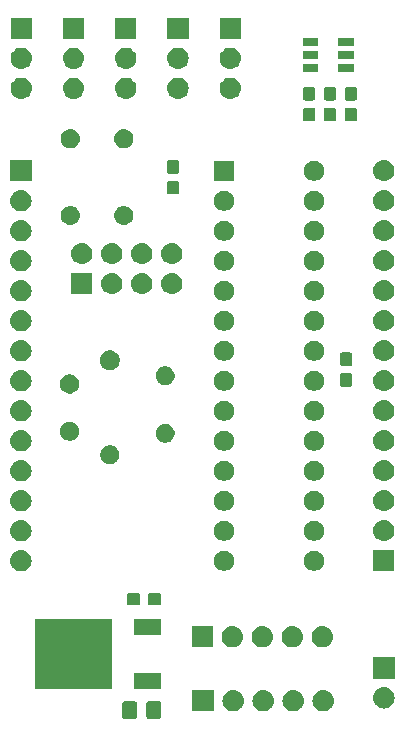
<source format=gbr>
G04 #@! TF.GenerationSoftware,KiCad,Pcbnew,(5.1.4-0-10_14)*
G04 #@! TF.CreationDate,2020-05-04T21:59:13+12:00*
G04 #@! TF.ProjectId,Hand Mesurement Device,48616e64-204d-4657-9375-72656d656e74,rev?*
G04 #@! TF.SameCoordinates,Original*
G04 #@! TF.FileFunction,Soldermask,Top*
G04 #@! TF.FilePolarity,Negative*
%FSLAX46Y46*%
G04 Gerber Fmt 4.6, Leading zero omitted, Abs format (unit mm)*
G04 Created by KiCad (PCBNEW (5.1.4-0-10_14)) date 2020-05-04 21:59:13*
%MOMM*%
%LPD*%
G04 APERTURE LIST*
%ADD10C,0.100000*%
G04 APERTURE END LIST*
D10*
G36*
X135958674Y-126053465D02*
G01*
X135996367Y-126064899D01*
X136031103Y-126083466D01*
X136061548Y-126108452D01*
X136086534Y-126138897D01*
X136105101Y-126173633D01*
X136116535Y-126211326D01*
X136121000Y-126256661D01*
X136121000Y-127343339D01*
X136116535Y-127388674D01*
X136105101Y-127426367D01*
X136086534Y-127461103D01*
X136061548Y-127491548D01*
X136031103Y-127516534D01*
X135996367Y-127535101D01*
X135958674Y-127546535D01*
X135913339Y-127551000D01*
X135076661Y-127551000D01*
X135031326Y-127546535D01*
X134993633Y-127535101D01*
X134958897Y-127516534D01*
X134928452Y-127491548D01*
X134903466Y-127461103D01*
X134884899Y-127426367D01*
X134873465Y-127388674D01*
X134869000Y-127343339D01*
X134869000Y-126256661D01*
X134873465Y-126211326D01*
X134884899Y-126173633D01*
X134903466Y-126138897D01*
X134928452Y-126108452D01*
X134958897Y-126083466D01*
X134993633Y-126064899D01*
X135031326Y-126053465D01*
X135076661Y-126049000D01*
X135913339Y-126049000D01*
X135958674Y-126053465D01*
X135958674Y-126053465D01*
G37*
G36*
X133908674Y-126053465D02*
G01*
X133946367Y-126064899D01*
X133981103Y-126083466D01*
X134011548Y-126108452D01*
X134036534Y-126138897D01*
X134055101Y-126173633D01*
X134066535Y-126211326D01*
X134071000Y-126256661D01*
X134071000Y-127343339D01*
X134066535Y-127388674D01*
X134055101Y-127426367D01*
X134036534Y-127461103D01*
X134011548Y-127491548D01*
X133981103Y-127516534D01*
X133946367Y-127535101D01*
X133908674Y-127546535D01*
X133863339Y-127551000D01*
X133026661Y-127551000D01*
X132981326Y-127546535D01*
X132943633Y-127535101D01*
X132908897Y-127516534D01*
X132878452Y-127491548D01*
X132853466Y-127461103D01*
X132834899Y-127426367D01*
X132823465Y-127388674D01*
X132819000Y-127343339D01*
X132819000Y-126256661D01*
X132823465Y-126211326D01*
X132834899Y-126173633D01*
X132853466Y-126138897D01*
X132878452Y-126108452D01*
X132908897Y-126083466D01*
X132943633Y-126064899D01*
X132981326Y-126053465D01*
X133026661Y-126049000D01*
X133863339Y-126049000D01*
X133908674Y-126053465D01*
X133908674Y-126053465D01*
G37*
G36*
X144865443Y-125130519D02*
G01*
X144931627Y-125137037D01*
X145101466Y-125188557D01*
X145257991Y-125272222D01*
X145293729Y-125301552D01*
X145395186Y-125384814D01*
X145478448Y-125486271D01*
X145507778Y-125522009D01*
X145591443Y-125678534D01*
X145642963Y-125848373D01*
X145660359Y-126025000D01*
X145642963Y-126201627D01*
X145591443Y-126371466D01*
X145507778Y-126527991D01*
X145478448Y-126563729D01*
X145395186Y-126665186D01*
X145293729Y-126748448D01*
X145257991Y-126777778D01*
X145101466Y-126861443D01*
X144931627Y-126912963D01*
X144865443Y-126919481D01*
X144799260Y-126926000D01*
X144710740Y-126926000D01*
X144644557Y-126919481D01*
X144578373Y-126912963D01*
X144408534Y-126861443D01*
X144252009Y-126777778D01*
X144216271Y-126748448D01*
X144114814Y-126665186D01*
X144031552Y-126563729D01*
X144002222Y-126527991D01*
X143918557Y-126371466D01*
X143867037Y-126201627D01*
X143849641Y-126025000D01*
X143867037Y-125848373D01*
X143918557Y-125678534D01*
X144002222Y-125522009D01*
X144031552Y-125486271D01*
X144114814Y-125384814D01*
X144216271Y-125301552D01*
X144252009Y-125272222D01*
X144408534Y-125188557D01*
X144578373Y-125137037D01*
X144644557Y-125130519D01*
X144710740Y-125124000D01*
X144799260Y-125124000D01*
X144865443Y-125130519D01*
X144865443Y-125130519D01*
G37*
G36*
X142325443Y-125130519D02*
G01*
X142391627Y-125137037D01*
X142561466Y-125188557D01*
X142717991Y-125272222D01*
X142753729Y-125301552D01*
X142855186Y-125384814D01*
X142938448Y-125486271D01*
X142967778Y-125522009D01*
X143051443Y-125678534D01*
X143102963Y-125848373D01*
X143120359Y-126025000D01*
X143102963Y-126201627D01*
X143051443Y-126371466D01*
X142967778Y-126527991D01*
X142938448Y-126563729D01*
X142855186Y-126665186D01*
X142753729Y-126748448D01*
X142717991Y-126777778D01*
X142561466Y-126861443D01*
X142391627Y-126912963D01*
X142325443Y-126919481D01*
X142259260Y-126926000D01*
X142170740Y-126926000D01*
X142104557Y-126919481D01*
X142038373Y-126912963D01*
X141868534Y-126861443D01*
X141712009Y-126777778D01*
X141676271Y-126748448D01*
X141574814Y-126665186D01*
X141491552Y-126563729D01*
X141462222Y-126527991D01*
X141378557Y-126371466D01*
X141327037Y-126201627D01*
X141309641Y-126025000D01*
X141327037Y-125848373D01*
X141378557Y-125678534D01*
X141462222Y-125522009D01*
X141491552Y-125486271D01*
X141574814Y-125384814D01*
X141676271Y-125301552D01*
X141712009Y-125272222D01*
X141868534Y-125188557D01*
X142038373Y-125137037D01*
X142104557Y-125130519D01*
X142170740Y-125124000D01*
X142259260Y-125124000D01*
X142325443Y-125130519D01*
X142325443Y-125130519D01*
G37*
G36*
X140576000Y-126926000D02*
G01*
X138774000Y-126926000D01*
X138774000Y-125124000D01*
X140576000Y-125124000D01*
X140576000Y-126926000D01*
X140576000Y-126926000D01*
G37*
G36*
X149945443Y-125130519D02*
G01*
X150011627Y-125137037D01*
X150181466Y-125188557D01*
X150337991Y-125272222D01*
X150373729Y-125301552D01*
X150475186Y-125384814D01*
X150558448Y-125486271D01*
X150587778Y-125522009D01*
X150671443Y-125678534D01*
X150722963Y-125848373D01*
X150740359Y-126025000D01*
X150722963Y-126201627D01*
X150671443Y-126371466D01*
X150587778Y-126527991D01*
X150558448Y-126563729D01*
X150475186Y-126665186D01*
X150373729Y-126748448D01*
X150337991Y-126777778D01*
X150181466Y-126861443D01*
X150011627Y-126912963D01*
X149945443Y-126919481D01*
X149879260Y-126926000D01*
X149790740Y-126926000D01*
X149724557Y-126919481D01*
X149658373Y-126912963D01*
X149488534Y-126861443D01*
X149332009Y-126777778D01*
X149296271Y-126748448D01*
X149194814Y-126665186D01*
X149111552Y-126563729D01*
X149082222Y-126527991D01*
X148998557Y-126371466D01*
X148947037Y-126201627D01*
X148929641Y-126025000D01*
X148947037Y-125848373D01*
X148998557Y-125678534D01*
X149082222Y-125522009D01*
X149111552Y-125486271D01*
X149194814Y-125384814D01*
X149296271Y-125301552D01*
X149332009Y-125272222D01*
X149488534Y-125188557D01*
X149658373Y-125137037D01*
X149724557Y-125130519D01*
X149790740Y-125124000D01*
X149879260Y-125124000D01*
X149945443Y-125130519D01*
X149945443Y-125130519D01*
G37*
G36*
X147405443Y-125130519D02*
G01*
X147471627Y-125137037D01*
X147641466Y-125188557D01*
X147797991Y-125272222D01*
X147833729Y-125301552D01*
X147935186Y-125384814D01*
X148018448Y-125486271D01*
X148047778Y-125522009D01*
X148131443Y-125678534D01*
X148182963Y-125848373D01*
X148200359Y-126025000D01*
X148182963Y-126201627D01*
X148131443Y-126371466D01*
X148047778Y-126527991D01*
X148018448Y-126563729D01*
X147935186Y-126665186D01*
X147833729Y-126748448D01*
X147797991Y-126777778D01*
X147641466Y-126861443D01*
X147471627Y-126912963D01*
X147405443Y-126919481D01*
X147339260Y-126926000D01*
X147250740Y-126926000D01*
X147184557Y-126919481D01*
X147118373Y-126912963D01*
X146948534Y-126861443D01*
X146792009Y-126777778D01*
X146756271Y-126748448D01*
X146654814Y-126665186D01*
X146571552Y-126563729D01*
X146542222Y-126527991D01*
X146458557Y-126371466D01*
X146407037Y-126201627D01*
X146389641Y-126025000D01*
X146407037Y-125848373D01*
X146458557Y-125678534D01*
X146542222Y-125522009D01*
X146571552Y-125486271D01*
X146654814Y-125384814D01*
X146756271Y-125301552D01*
X146792009Y-125272222D01*
X146948534Y-125188557D01*
X147118373Y-125137037D01*
X147184557Y-125130519D01*
X147250740Y-125124000D01*
X147339260Y-125124000D01*
X147405443Y-125130519D01*
X147405443Y-125130519D01*
G37*
G36*
X155090442Y-124880518D02*
G01*
X155156627Y-124887037D01*
X155326466Y-124938557D01*
X155482991Y-125022222D01*
X155518729Y-125051552D01*
X155620186Y-125134814D01*
X155703448Y-125236271D01*
X155732778Y-125272009D01*
X155816443Y-125428534D01*
X155867963Y-125598373D01*
X155885359Y-125775000D01*
X155867963Y-125951627D01*
X155816443Y-126121466D01*
X155732778Y-126277991D01*
X155703448Y-126313729D01*
X155620186Y-126415186D01*
X155518729Y-126498448D01*
X155482991Y-126527778D01*
X155326466Y-126611443D01*
X155156627Y-126662963D01*
X155090442Y-126669482D01*
X155024260Y-126676000D01*
X154935740Y-126676000D01*
X154869558Y-126669482D01*
X154803373Y-126662963D01*
X154633534Y-126611443D01*
X154477009Y-126527778D01*
X154441271Y-126498448D01*
X154339814Y-126415186D01*
X154256552Y-126313729D01*
X154227222Y-126277991D01*
X154143557Y-126121466D01*
X154092037Y-125951627D01*
X154074641Y-125775000D01*
X154092037Y-125598373D01*
X154143557Y-125428534D01*
X154227222Y-125272009D01*
X154256552Y-125236271D01*
X154339814Y-125134814D01*
X154441271Y-125051552D01*
X154477009Y-125022222D01*
X154633534Y-124938557D01*
X154803373Y-124887037D01*
X154869558Y-124880518D01*
X154935740Y-124874000D01*
X155024260Y-124874000D01*
X155090442Y-124880518D01*
X155090442Y-124880518D01*
G37*
G36*
X131921000Y-125021000D02*
G01*
X125419000Y-125021000D01*
X125419000Y-119119000D01*
X131921000Y-119119000D01*
X131921000Y-125021000D01*
X131921000Y-125021000D01*
G37*
G36*
X136121000Y-125001000D02*
G01*
X133819000Y-125001000D01*
X133819000Y-123699000D01*
X136121000Y-123699000D01*
X136121000Y-125001000D01*
X136121000Y-125001000D01*
G37*
G36*
X155881000Y-124136000D02*
G01*
X154079000Y-124136000D01*
X154079000Y-122334000D01*
X155881000Y-122334000D01*
X155881000Y-124136000D01*
X155881000Y-124136000D01*
G37*
G36*
X144800443Y-119695519D02*
G01*
X144866627Y-119702037D01*
X145036466Y-119753557D01*
X145192991Y-119837222D01*
X145228729Y-119866552D01*
X145330186Y-119949814D01*
X145413448Y-120051271D01*
X145442778Y-120087009D01*
X145526443Y-120243534D01*
X145577963Y-120413373D01*
X145595359Y-120590000D01*
X145577963Y-120766627D01*
X145526443Y-120936466D01*
X145442778Y-121092991D01*
X145413448Y-121128729D01*
X145330186Y-121230186D01*
X145228729Y-121313448D01*
X145192991Y-121342778D01*
X145036466Y-121426443D01*
X144866627Y-121477963D01*
X144800443Y-121484481D01*
X144734260Y-121491000D01*
X144645740Y-121491000D01*
X144579557Y-121484481D01*
X144513373Y-121477963D01*
X144343534Y-121426443D01*
X144187009Y-121342778D01*
X144151271Y-121313448D01*
X144049814Y-121230186D01*
X143966552Y-121128729D01*
X143937222Y-121092991D01*
X143853557Y-120936466D01*
X143802037Y-120766627D01*
X143784641Y-120590000D01*
X143802037Y-120413373D01*
X143853557Y-120243534D01*
X143937222Y-120087009D01*
X143966552Y-120051271D01*
X144049814Y-119949814D01*
X144151271Y-119866552D01*
X144187009Y-119837222D01*
X144343534Y-119753557D01*
X144513373Y-119702037D01*
X144579557Y-119695519D01*
X144645740Y-119689000D01*
X144734260Y-119689000D01*
X144800443Y-119695519D01*
X144800443Y-119695519D01*
G37*
G36*
X147340443Y-119695519D02*
G01*
X147406627Y-119702037D01*
X147576466Y-119753557D01*
X147732991Y-119837222D01*
X147768729Y-119866552D01*
X147870186Y-119949814D01*
X147953448Y-120051271D01*
X147982778Y-120087009D01*
X148066443Y-120243534D01*
X148117963Y-120413373D01*
X148135359Y-120590000D01*
X148117963Y-120766627D01*
X148066443Y-120936466D01*
X147982778Y-121092991D01*
X147953448Y-121128729D01*
X147870186Y-121230186D01*
X147768729Y-121313448D01*
X147732991Y-121342778D01*
X147576466Y-121426443D01*
X147406627Y-121477963D01*
X147340443Y-121484481D01*
X147274260Y-121491000D01*
X147185740Y-121491000D01*
X147119557Y-121484481D01*
X147053373Y-121477963D01*
X146883534Y-121426443D01*
X146727009Y-121342778D01*
X146691271Y-121313448D01*
X146589814Y-121230186D01*
X146506552Y-121128729D01*
X146477222Y-121092991D01*
X146393557Y-120936466D01*
X146342037Y-120766627D01*
X146324641Y-120590000D01*
X146342037Y-120413373D01*
X146393557Y-120243534D01*
X146477222Y-120087009D01*
X146506552Y-120051271D01*
X146589814Y-119949814D01*
X146691271Y-119866552D01*
X146727009Y-119837222D01*
X146883534Y-119753557D01*
X147053373Y-119702037D01*
X147119557Y-119695519D01*
X147185740Y-119689000D01*
X147274260Y-119689000D01*
X147340443Y-119695519D01*
X147340443Y-119695519D01*
G37*
G36*
X149880443Y-119695519D02*
G01*
X149946627Y-119702037D01*
X150116466Y-119753557D01*
X150272991Y-119837222D01*
X150308729Y-119866552D01*
X150410186Y-119949814D01*
X150493448Y-120051271D01*
X150522778Y-120087009D01*
X150606443Y-120243534D01*
X150657963Y-120413373D01*
X150675359Y-120590000D01*
X150657963Y-120766627D01*
X150606443Y-120936466D01*
X150522778Y-121092991D01*
X150493448Y-121128729D01*
X150410186Y-121230186D01*
X150308729Y-121313448D01*
X150272991Y-121342778D01*
X150116466Y-121426443D01*
X149946627Y-121477963D01*
X149880443Y-121484481D01*
X149814260Y-121491000D01*
X149725740Y-121491000D01*
X149659557Y-121484481D01*
X149593373Y-121477963D01*
X149423534Y-121426443D01*
X149267009Y-121342778D01*
X149231271Y-121313448D01*
X149129814Y-121230186D01*
X149046552Y-121128729D01*
X149017222Y-121092991D01*
X148933557Y-120936466D01*
X148882037Y-120766627D01*
X148864641Y-120590000D01*
X148882037Y-120413373D01*
X148933557Y-120243534D01*
X149017222Y-120087009D01*
X149046552Y-120051271D01*
X149129814Y-119949814D01*
X149231271Y-119866552D01*
X149267009Y-119837222D01*
X149423534Y-119753557D01*
X149593373Y-119702037D01*
X149659557Y-119695519D01*
X149725740Y-119689000D01*
X149814260Y-119689000D01*
X149880443Y-119695519D01*
X149880443Y-119695519D01*
G37*
G36*
X142260443Y-119695519D02*
G01*
X142326627Y-119702037D01*
X142496466Y-119753557D01*
X142652991Y-119837222D01*
X142688729Y-119866552D01*
X142790186Y-119949814D01*
X142873448Y-120051271D01*
X142902778Y-120087009D01*
X142986443Y-120243534D01*
X143037963Y-120413373D01*
X143055359Y-120590000D01*
X143037963Y-120766627D01*
X142986443Y-120936466D01*
X142902778Y-121092991D01*
X142873448Y-121128729D01*
X142790186Y-121230186D01*
X142688729Y-121313448D01*
X142652991Y-121342778D01*
X142496466Y-121426443D01*
X142326627Y-121477963D01*
X142260443Y-121484481D01*
X142194260Y-121491000D01*
X142105740Y-121491000D01*
X142039557Y-121484481D01*
X141973373Y-121477963D01*
X141803534Y-121426443D01*
X141647009Y-121342778D01*
X141611271Y-121313448D01*
X141509814Y-121230186D01*
X141426552Y-121128729D01*
X141397222Y-121092991D01*
X141313557Y-120936466D01*
X141262037Y-120766627D01*
X141244641Y-120590000D01*
X141262037Y-120413373D01*
X141313557Y-120243534D01*
X141397222Y-120087009D01*
X141426552Y-120051271D01*
X141509814Y-119949814D01*
X141611271Y-119866552D01*
X141647009Y-119837222D01*
X141803534Y-119753557D01*
X141973373Y-119702037D01*
X142039557Y-119695519D01*
X142105740Y-119689000D01*
X142194260Y-119689000D01*
X142260443Y-119695519D01*
X142260443Y-119695519D01*
G37*
G36*
X140511000Y-121491000D02*
G01*
X138709000Y-121491000D01*
X138709000Y-119689000D01*
X140511000Y-119689000D01*
X140511000Y-121491000D01*
X140511000Y-121491000D01*
G37*
G36*
X136121000Y-120441000D02*
G01*
X133819000Y-120441000D01*
X133819000Y-119139000D01*
X136121000Y-119139000D01*
X136121000Y-120441000D01*
X136121000Y-120441000D01*
G37*
G36*
X135959499Y-116898445D02*
G01*
X135996995Y-116909820D01*
X136031554Y-116928292D01*
X136061847Y-116953153D01*
X136086708Y-116983446D01*
X136105180Y-117018005D01*
X136116555Y-117055501D01*
X136121000Y-117100638D01*
X136121000Y-117739362D01*
X136116555Y-117784499D01*
X136105180Y-117821995D01*
X136086708Y-117856554D01*
X136061847Y-117886847D01*
X136031554Y-117911708D01*
X135996995Y-117930180D01*
X135959499Y-117941555D01*
X135914362Y-117946000D01*
X135175638Y-117946000D01*
X135130501Y-117941555D01*
X135093005Y-117930180D01*
X135058446Y-117911708D01*
X135028153Y-117886847D01*
X135003292Y-117856554D01*
X134984820Y-117821995D01*
X134973445Y-117784499D01*
X134969000Y-117739362D01*
X134969000Y-117100638D01*
X134973445Y-117055501D01*
X134984820Y-117018005D01*
X135003292Y-116983446D01*
X135028153Y-116953153D01*
X135058446Y-116928292D01*
X135093005Y-116909820D01*
X135130501Y-116898445D01*
X135175638Y-116894000D01*
X135914362Y-116894000D01*
X135959499Y-116898445D01*
X135959499Y-116898445D01*
G37*
G36*
X134209499Y-116898445D02*
G01*
X134246995Y-116909820D01*
X134281554Y-116928292D01*
X134311847Y-116953153D01*
X134336708Y-116983446D01*
X134355180Y-117018005D01*
X134366555Y-117055501D01*
X134371000Y-117100638D01*
X134371000Y-117739362D01*
X134366555Y-117784499D01*
X134355180Y-117821995D01*
X134336708Y-117856554D01*
X134311847Y-117886847D01*
X134281554Y-117911708D01*
X134246995Y-117930180D01*
X134209499Y-117941555D01*
X134164362Y-117946000D01*
X133425638Y-117946000D01*
X133380501Y-117941555D01*
X133343005Y-117930180D01*
X133308446Y-117911708D01*
X133278153Y-117886847D01*
X133253292Y-117856554D01*
X133234820Y-117821995D01*
X133223445Y-117784499D01*
X133219000Y-117739362D01*
X133219000Y-117100638D01*
X133223445Y-117055501D01*
X133234820Y-117018005D01*
X133253292Y-116983446D01*
X133278153Y-116953153D01*
X133308446Y-116928292D01*
X133343005Y-116909820D01*
X133380501Y-116898445D01*
X133425638Y-116894000D01*
X134164362Y-116894000D01*
X134209499Y-116898445D01*
X134209499Y-116898445D01*
G37*
G36*
X124360443Y-113275519D02*
G01*
X124426627Y-113282037D01*
X124596466Y-113333557D01*
X124752991Y-113417222D01*
X124788729Y-113446552D01*
X124890186Y-113529814D01*
X124970369Y-113627519D01*
X125002778Y-113667009D01*
X125086443Y-113823534D01*
X125137963Y-113993373D01*
X125155359Y-114170000D01*
X125137963Y-114346627D01*
X125086443Y-114516466D01*
X125002778Y-114672991D01*
X124973448Y-114708729D01*
X124890186Y-114810186D01*
X124788729Y-114893448D01*
X124752991Y-114922778D01*
X124596466Y-115006443D01*
X124426627Y-115057963D01*
X124360443Y-115064481D01*
X124294260Y-115071000D01*
X124205740Y-115071000D01*
X124139557Y-115064481D01*
X124073373Y-115057963D01*
X123903534Y-115006443D01*
X123747009Y-114922778D01*
X123711271Y-114893448D01*
X123609814Y-114810186D01*
X123526552Y-114708729D01*
X123497222Y-114672991D01*
X123413557Y-114516466D01*
X123362037Y-114346627D01*
X123344641Y-114170000D01*
X123362037Y-113993373D01*
X123413557Y-113823534D01*
X123497222Y-113667009D01*
X123529631Y-113627519D01*
X123609814Y-113529814D01*
X123711271Y-113446552D01*
X123747009Y-113417222D01*
X123903534Y-113333557D01*
X124073373Y-113282037D01*
X124139557Y-113275519D01*
X124205740Y-113269000D01*
X124294260Y-113269000D01*
X124360443Y-113275519D01*
X124360443Y-113275519D01*
G37*
G36*
X155871000Y-115051000D02*
G01*
X154069000Y-115051000D01*
X154069000Y-113249000D01*
X155871000Y-113249000D01*
X155871000Y-115051000D01*
X155871000Y-115051000D01*
G37*
G36*
X149318228Y-113351703D02*
G01*
X149473100Y-113415853D01*
X149612481Y-113508985D01*
X149731015Y-113627519D01*
X149824147Y-113766900D01*
X149888297Y-113921772D01*
X149921000Y-114086184D01*
X149921000Y-114253816D01*
X149888297Y-114418228D01*
X149824147Y-114573100D01*
X149731015Y-114712481D01*
X149612481Y-114831015D01*
X149473100Y-114924147D01*
X149318228Y-114988297D01*
X149153816Y-115021000D01*
X148986184Y-115021000D01*
X148821772Y-114988297D01*
X148666900Y-114924147D01*
X148527519Y-114831015D01*
X148408985Y-114712481D01*
X148315853Y-114573100D01*
X148251703Y-114418228D01*
X148219000Y-114253816D01*
X148219000Y-114086184D01*
X148251703Y-113921772D01*
X148315853Y-113766900D01*
X148408985Y-113627519D01*
X148527519Y-113508985D01*
X148666900Y-113415853D01*
X148821772Y-113351703D01*
X148986184Y-113319000D01*
X149153816Y-113319000D01*
X149318228Y-113351703D01*
X149318228Y-113351703D01*
G37*
G36*
X141698228Y-113351703D02*
G01*
X141853100Y-113415853D01*
X141992481Y-113508985D01*
X142111015Y-113627519D01*
X142204147Y-113766900D01*
X142268297Y-113921772D01*
X142301000Y-114086184D01*
X142301000Y-114253816D01*
X142268297Y-114418228D01*
X142204147Y-114573100D01*
X142111015Y-114712481D01*
X141992481Y-114831015D01*
X141853100Y-114924147D01*
X141698228Y-114988297D01*
X141533816Y-115021000D01*
X141366184Y-115021000D01*
X141201772Y-114988297D01*
X141046900Y-114924147D01*
X140907519Y-114831015D01*
X140788985Y-114712481D01*
X140695853Y-114573100D01*
X140631703Y-114418228D01*
X140599000Y-114253816D01*
X140599000Y-114086184D01*
X140631703Y-113921772D01*
X140695853Y-113766900D01*
X140788985Y-113627519D01*
X140907519Y-113508985D01*
X141046900Y-113415853D01*
X141201772Y-113351703D01*
X141366184Y-113319000D01*
X141533816Y-113319000D01*
X141698228Y-113351703D01*
X141698228Y-113351703D01*
G37*
G36*
X124360443Y-110735519D02*
G01*
X124426627Y-110742037D01*
X124596466Y-110793557D01*
X124752991Y-110877222D01*
X124788729Y-110906552D01*
X124890186Y-110989814D01*
X124970369Y-111087519D01*
X125002778Y-111127009D01*
X125086443Y-111283534D01*
X125137963Y-111453373D01*
X125155359Y-111630000D01*
X125137963Y-111806627D01*
X125086443Y-111976466D01*
X125002778Y-112132991D01*
X124973448Y-112168729D01*
X124890186Y-112270186D01*
X124788729Y-112353448D01*
X124752991Y-112382778D01*
X124596466Y-112466443D01*
X124426627Y-112517963D01*
X124360443Y-112524481D01*
X124294260Y-112531000D01*
X124205740Y-112531000D01*
X124139557Y-112524481D01*
X124073373Y-112517963D01*
X123903534Y-112466443D01*
X123747009Y-112382778D01*
X123711271Y-112353448D01*
X123609814Y-112270186D01*
X123526552Y-112168729D01*
X123497222Y-112132991D01*
X123413557Y-111976466D01*
X123362037Y-111806627D01*
X123344641Y-111630000D01*
X123362037Y-111453373D01*
X123413557Y-111283534D01*
X123497222Y-111127009D01*
X123529631Y-111087519D01*
X123609814Y-110989814D01*
X123711271Y-110906552D01*
X123747009Y-110877222D01*
X123903534Y-110793557D01*
X124073373Y-110742037D01*
X124139557Y-110735519D01*
X124205740Y-110729000D01*
X124294260Y-110729000D01*
X124360443Y-110735519D01*
X124360443Y-110735519D01*
G37*
G36*
X155080443Y-110715519D02*
G01*
X155146627Y-110722037D01*
X155316466Y-110773557D01*
X155472991Y-110857222D01*
X155497361Y-110877222D01*
X155610186Y-110969814D01*
X155693448Y-111071271D01*
X155722778Y-111107009D01*
X155806443Y-111263534D01*
X155857963Y-111433373D01*
X155875359Y-111610000D01*
X155857963Y-111786627D01*
X155806443Y-111956466D01*
X155722778Y-112112991D01*
X155706366Y-112132989D01*
X155610186Y-112250186D01*
X155508729Y-112333448D01*
X155472991Y-112362778D01*
X155316466Y-112446443D01*
X155146627Y-112497963D01*
X155080443Y-112504481D01*
X155014260Y-112511000D01*
X154925740Y-112511000D01*
X154859557Y-112504481D01*
X154793373Y-112497963D01*
X154623534Y-112446443D01*
X154467009Y-112362778D01*
X154431271Y-112333448D01*
X154329814Y-112250186D01*
X154233634Y-112132989D01*
X154217222Y-112112991D01*
X154133557Y-111956466D01*
X154082037Y-111786627D01*
X154064641Y-111610000D01*
X154082037Y-111433373D01*
X154133557Y-111263534D01*
X154217222Y-111107009D01*
X154246552Y-111071271D01*
X154329814Y-110969814D01*
X154442639Y-110877222D01*
X154467009Y-110857222D01*
X154623534Y-110773557D01*
X154793373Y-110722037D01*
X154859557Y-110715519D01*
X154925740Y-110709000D01*
X155014260Y-110709000D01*
X155080443Y-110715519D01*
X155080443Y-110715519D01*
G37*
G36*
X141698228Y-110811703D02*
G01*
X141853100Y-110875853D01*
X141992481Y-110968985D01*
X142111015Y-111087519D01*
X142204147Y-111226900D01*
X142268297Y-111381772D01*
X142301000Y-111546184D01*
X142301000Y-111713816D01*
X142268297Y-111878228D01*
X142204147Y-112033100D01*
X142111015Y-112172481D01*
X141992481Y-112291015D01*
X141853100Y-112384147D01*
X141698228Y-112448297D01*
X141533816Y-112481000D01*
X141366184Y-112481000D01*
X141201772Y-112448297D01*
X141046900Y-112384147D01*
X140907519Y-112291015D01*
X140788985Y-112172481D01*
X140695853Y-112033100D01*
X140631703Y-111878228D01*
X140599000Y-111713816D01*
X140599000Y-111546184D01*
X140631703Y-111381772D01*
X140695853Y-111226900D01*
X140788985Y-111087519D01*
X140907519Y-110968985D01*
X141046900Y-110875853D01*
X141201772Y-110811703D01*
X141366184Y-110779000D01*
X141533816Y-110779000D01*
X141698228Y-110811703D01*
X141698228Y-110811703D01*
G37*
G36*
X149318228Y-110811703D02*
G01*
X149473100Y-110875853D01*
X149612481Y-110968985D01*
X149731015Y-111087519D01*
X149824147Y-111226900D01*
X149888297Y-111381772D01*
X149921000Y-111546184D01*
X149921000Y-111713816D01*
X149888297Y-111878228D01*
X149824147Y-112033100D01*
X149731015Y-112172481D01*
X149612481Y-112291015D01*
X149473100Y-112384147D01*
X149318228Y-112448297D01*
X149153816Y-112481000D01*
X148986184Y-112481000D01*
X148821772Y-112448297D01*
X148666900Y-112384147D01*
X148527519Y-112291015D01*
X148408985Y-112172481D01*
X148315853Y-112033100D01*
X148251703Y-111878228D01*
X148219000Y-111713816D01*
X148219000Y-111546184D01*
X148251703Y-111381772D01*
X148315853Y-111226900D01*
X148408985Y-111087519D01*
X148527519Y-110968985D01*
X148666900Y-110875853D01*
X148821772Y-110811703D01*
X148986184Y-110779000D01*
X149153816Y-110779000D01*
X149318228Y-110811703D01*
X149318228Y-110811703D01*
G37*
G36*
X124360443Y-108195519D02*
G01*
X124426627Y-108202037D01*
X124596466Y-108253557D01*
X124752991Y-108337222D01*
X124788729Y-108366552D01*
X124890186Y-108449814D01*
X124970369Y-108547519D01*
X125002778Y-108587009D01*
X125086443Y-108743534D01*
X125137963Y-108913373D01*
X125155359Y-109090000D01*
X125137963Y-109266627D01*
X125086443Y-109436466D01*
X125002778Y-109592991D01*
X124973448Y-109628729D01*
X124890186Y-109730186D01*
X124788729Y-109813448D01*
X124752991Y-109842778D01*
X124596466Y-109926443D01*
X124426627Y-109977963D01*
X124360443Y-109984481D01*
X124294260Y-109991000D01*
X124205740Y-109991000D01*
X124139557Y-109984481D01*
X124073373Y-109977963D01*
X123903534Y-109926443D01*
X123747009Y-109842778D01*
X123711271Y-109813448D01*
X123609814Y-109730186D01*
X123526552Y-109628729D01*
X123497222Y-109592991D01*
X123413557Y-109436466D01*
X123362037Y-109266627D01*
X123344641Y-109090000D01*
X123362037Y-108913373D01*
X123413557Y-108743534D01*
X123497222Y-108587009D01*
X123529631Y-108547519D01*
X123609814Y-108449814D01*
X123711271Y-108366552D01*
X123747009Y-108337222D01*
X123903534Y-108253557D01*
X124073373Y-108202037D01*
X124139557Y-108195519D01*
X124205740Y-108189000D01*
X124294260Y-108189000D01*
X124360443Y-108195519D01*
X124360443Y-108195519D01*
G37*
G36*
X155080442Y-108175518D02*
G01*
X155146627Y-108182037D01*
X155316466Y-108233557D01*
X155472991Y-108317222D01*
X155497361Y-108337222D01*
X155610186Y-108429814D01*
X155693448Y-108531271D01*
X155722778Y-108567009D01*
X155806443Y-108723534D01*
X155857963Y-108893373D01*
X155875359Y-109070000D01*
X155857963Y-109246627D01*
X155806443Y-109416466D01*
X155722778Y-109572991D01*
X155706366Y-109592989D01*
X155610186Y-109710186D01*
X155508729Y-109793448D01*
X155472991Y-109822778D01*
X155316466Y-109906443D01*
X155146627Y-109957963D01*
X155080443Y-109964481D01*
X155014260Y-109971000D01*
X154925740Y-109971000D01*
X154859557Y-109964481D01*
X154793373Y-109957963D01*
X154623534Y-109906443D01*
X154467009Y-109822778D01*
X154431271Y-109793448D01*
X154329814Y-109710186D01*
X154233634Y-109592989D01*
X154217222Y-109572991D01*
X154133557Y-109416466D01*
X154082037Y-109246627D01*
X154064641Y-109070000D01*
X154082037Y-108893373D01*
X154133557Y-108723534D01*
X154217222Y-108567009D01*
X154246552Y-108531271D01*
X154329814Y-108429814D01*
X154442639Y-108337222D01*
X154467009Y-108317222D01*
X154623534Y-108233557D01*
X154793373Y-108182037D01*
X154859558Y-108175518D01*
X154925740Y-108169000D01*
X155014260Y-108169000D01*
X155080442Y-108175518D01*
X155080442Y-108175518D01*
G37*
G36*
X149318228Y-108271703D02*
G01*
X149473100Y-108335853D01*
X149612481Y-108428985D01*
X149731015Y-108547519D01*
X149824147Y-108686900D01*
X149888297Y-108841772D01*
X149921000Y-109006184D01*
X149921000Y-109173816D01*
X149888297Y-109338228D01*
X149824147Y-109493100D01*
X149731015Y-109632481D01*
X149612481Y-109751015D01*
X149473100Y-109844147D01*
X149318228Y-109908297D01*
X149153816Y-109941000D01*
X148986184Y-109941000D01*
X148821772Y-109908297D01*
X148666900Y-109844147D01*
X148527519Y-109751015D01*
X148408985Y-109632481D01*
X148315853Y-109493100D01*
X148251703Y-109338228D01*
X148219000Y-109173816D01*
X148219000Y-109006184D01*
X148251703Y-108841772D01*
X148315853Y-108686900D01*
X148408985Y-108547519D01*
X148527519Y-108428985D01*
X148666900Y-108335853D01*
X148821772Y-108271703D01*
X148986184Y-108239000D01*
X149153816Y-108239000D01*
X149318228Y-108271703D01*
X149318228Y-108271703D01*
G37*
G36*
X141698228Y-108271703D02*
G01*
X141853100Y-108335853D01*
X141992481Y-108428985D01*
X142111015Y-108547519D01*
X142204147Y-108686900D01*
X142268297Y-108841772D01*
X142301000Y-109006184D01*
X142301000Y-109173816D01*
X142268297Y-109338228D01*
X142204147Y-109493100D01*
X142111015Y-109632481D01*
X141992481Y-109751015D01*
X141853100Y-109844147D01*
X141698228Y-109908297D01*
X141533816Y-109941000D01*
X141366184Y-109941000D01*
X141201772Y-109908297D01*
X141046900Y-109844147D01*
X140907519Y-109751015D01*
X140788985Y-109632481D01*
X140695853Y-109493100D01*
X140631703Y-109338228D01*
X140599000Y-109173816D01*
X140599000Y-109006184D01*
X140631703Y-108841772D01*
X140695853Y-108686900D01*
X140788985Y-108547519D01*
X140907519Y-108428985D01*
X141046900Y-108335853D01*
X141201772Y-108271703D01*
X141366184Y-108239000D01*
X141533816Y-108239000D01*
X141698228Y-108271703D01*
X141698228Y-108271703D01*
G37*
G36*
X124360443Y-105655519D02*
G01*
X124426627Y-105662037D01*
X124596466Y-105713557D01*
X124752991Y-105797222D01*
X124788729Y-105826552D01*
X124890186Y-105909814D01*
X124949227Y-105981757D01*
X125002778Y-106047009D01*
X125086443Y-106203534D01*
X125137963Y-106373373D01*
X125155359Y-106550000D01*
X125137963Y-106726627D01*
X125086443Y-106896466D01*
X125002778Y-107052991D01*
X124973448Y-107088729D01*
X124890186Y-107190186D01*
X124788729Y-107273448D01*
X124752991Y-107302778D01*
X124596466Y-107386443D01*
X124426627Y-107437963D01*
X124360443Y-107444481D01*
X124294260Y-107451000D01*
X124205740Y-107451000D01*
X124139557Y-107444481D01*
X124073373Y-107437963D01*
X123903534Y-107386443D01*
X123747009Y-107302778D01*
X123711271Y-107273448D01*
X123609814Y-107190186D01*
X123526552Y-107088729D01*
X123497222Y-107052991D01*
X123413557Y-106896466D01*
X123362037Y-106726627D01*
X123344641Y-106550000D01*
X123362037Y-106373373D01*
X123413557Y-106203534D01*
X123497222Y-106047009D01*
X123550773Y-105981757D01*
X123609814Y-105909814D01*
X123711271Y-105826552D01*
X123747009Y-105797222D01*
X123903534Y-105713557D01*
X124073373Y-105662037D01*
X124139557Y-105655519D01*
X124205740Y-105649000D01*
X124294260Y-105649000D01*
X124360443Y-105655519D01*
X124360443Y-105655519D01*
G37*
G36*
X155080442Y-105635518D02*
G01*
X155146627Y-105642037D01*
X155316466Y-105693557D01*
X155472991Y-105777222D01*
X155497361Y-105797222D01*
X155610186Y-105889814D01*
X155685641Y-105981758D01*
X155722778Y-106027009D01*
X155806443Y-106183534D01*
X155857963Y-106353373D01*
X155875359Y-106530000D01*
X155857963Y-106706627D01*
X155806443Y-106876466D01*
X155722778Y-107032991D01*
X155706366Y-107052989D01*
X155610186Y-107170186D01*
X155508729Y-107253448D01*
X155472991Y-107282778D01*
X155316466Y-107366443D01*
X155146627Y-107417963D01*
X155080442Y-107424482D01*
X155014260Y-107431000D01*
X154925740Y-107431000D01*
X154859558Y-107424482D01*
X154793373Y-107417963D01*
X154623534Y-107366443D01*
X154467009Y-107282778D01*
X154431271Y-107253448D01*
X154329814Y-107170186D01*
X154233634Y-107052989D01*
X154217222Y-107032991D01*
X154133557Y-106876466D01*
X154082037Y-106706627D01*
X154064641Y-106530000D01*
X154082037Y-106353373D01*
X154133557Y-106183534D01*
X154217222Y-106027009D01*
X154254359Y-105981758D01*
X154329814Y-105889814D01*
X154442639Y-105797222D01*
X154467009Y-105777222D01*
X154623534Y-105693557D01*
X154793373Y-105642037D01*
X154859558Y-105635518D01*
X154925740Y-105629000D01*
X155014260Y-105629000D01*
X155080442Y-105635518D01*
X155080442Y-105635518D01*
G37*
G36*
X141698228Y-105731703D02*
G01*
X141853100Y-105795853D01*
X141992481Y-105888985D01*
X142111015Y-106007519D01*
X142204147Y-106146900D01*
X142268297Y-106301772D01*
X142301000Y-106466184D01*
X142301000Y-106633816D01*
X142268297Y-106798228D01*
X142204147Y-106953100D01*
X142111015Y-107092481D01*
X141992481Y-107211015D01*
X141853100Y-107304147D01*
X141698228Y-107368297D01*
X141533816Y-107401000D01*
X141366184Y-107401000D01*
X141201772Y-107368297D01*
X141046900Y-107304147D01*
X140907519Y-107211015D01*
X140788985Y-107092481D01*
X140695853Y-106953100D01*
X140631703Y-106798228D01*
X140599000Y-106633816D01*
X140599000Y-106466184D01*
X140631703Y-106301772D01*
X140695853Y-106146900D01*
X140788985Y-106007519D01*
X140907519Y-105888985D01*
X141046900Y-105795853D01*
X141201772Y-105731703D01*
X141366184Y-105699000D01*
X141533816Y-105699000D01*
X141698228Y-105731703D01*
X141698228Y-105731703D01*
G37*
G36*
X149318228Y-105731703D02*
G01*
X149473100Y-105795853D01*
X149612481Y-105888985D01*
X149731015Y-106007519D01*
X149824147Y-106146900D01*
X149888297Y-106301772D01*
X149921000Y-106466184D01*
X149921000Y-106633816D01*
X149888297Y-106798228D01*
X149824147Y-106953100D01*
X149731015Y-107092481D01*
X149612481Y-107211015D01*
X149473100Y-107304147D01*
X149318228Y-107368297D01*
X149153816Y-107401000D01*
X148986184Y-107401000D01*
X148821772Y-107368297D01*
X148666900Y-107304147D01*
X148527519Y-107211015D01*
X148408985Y-107092481D01*
X148315853Y-106953100D01*
X148251703Y-106798228D01*
X148219000Y-106633816D01*
X148219000Y-106466184D01*
X148251703Y-106301772D01*
X148315853Y-106146900D01*
X148408985Y-106007519D01*
X148527519Y-105888985D01*
X148666900Y-105795853D01*
X148821772Y-105731703D01*
X148986184Y-105699000D01*
X149153816Y-105699000D01*
X149318228Y-105731703D01*
X149318228Y-105731703D01*
G37*
G36*
X132006058Y-104418242D02*
G01*
X132154017Y-104479529D01*
X132287171Y-104568499D01*
X132400417Y-104681745D01*
X132489387Y-104814899D01*
X132550674Y-104962858D01*
X132581916Y-105119925D01*
X132581916Y-105280075D01*
X132550674Y-105437142D01*
X132489387Y-105585101D01*
X132400417Y-105718255D01*
X132287171Y-105831501D01*
X132154017Y-105920471D01*
X132006058Y-105981758D01*
X131848991Y-106013000D01*
X131688841Y-106013000D01*
X131531774Y-105981758D01*
X131383815Y-105920471D01*
X131250661Y-105831501D01*
X131137415Y-105718255D01*
X131048445Y-105585101D01*
X130987158Y-105437142D01*
X130955916Y-105280075D01*
X130955916Y-105119925D01*
X130987158Y-104962858D01*
X131048445Y-104814899D01*
X131137415Y-104681745D01*
X131250661Y-104568499D01*
X131383815Y-104479529D01*
X131531774Y-104418242D01*
X131688841Y-104387000D01*
X131848991Y-104387000D01*
X132006058Y-104418242D01*
X132006058Y-104418242D01*
G37*
G36*
X124360443Y-103115519D02*
G01*
X124426627Y-103122037D01*
X124596466Y-103173557D01*
X124752991Y-103257222D01*
X124780836Y-103280074D01*
X124890186Y-103369814D01*
X124955083Y-103448893D01*
X125002778Y-103507009D01*
X125086443Y-103663534D01*
X125137963Y-103833373D01*
X125155359Y-104010000D01*
X125137963Y-104186627D01*
X125086443Y-104356466D01*
X125002778Y-104512991D01*
X124973448Y-104548729D01*
X124890186Y-104650186D01*
X124788729Y-104733448D01*
X124752991Y-104762778D01*
X124596466Y-104846443D01*
X124426627Y-104897963D01*
X124360442Y-104904482D01*
X124294260Y-104911000D01*
X124205740Y-104911000D01*
X124139558Y-104904482D01*
X124073373Y-104897963D01*
X123903534Y-104846443D01*
X123747009Y-104762778D01*
X123711271Y-104733448D01*
X123609814Y-104650186D01*
X123526552Y-104548729D01*
X123497222Y-104512991D01*
X123413557Y-104356466D01*
X123362037Y-104186627D01*
X123344641Y-104010000D01*
X123362037Y-103833373D01*
X123413557Y-103663534D01*
X123497222Y-103507009D01*
X123544917Y-103448893D01*
X123609814Y-103369814D01*
X123719164Y-103280074D01*
X123747009Y-103257222D01*
X123903534Y-103173557D01*
X124073373Y-103122037D01*
X124139557Y-103115519D01*
X124205740Y-103109000D01*
X124294260Y-103109000D01*
X124360443Y-103115519D01*
X124360443Y-103115519D01*
G37*
G36*
X155080443Y-103095519D02*
G01*
X155146627Y-103102037D01*
X155316466Y-103153557D01*
X155472991Y-103237222D01*
X155497361Y-103257222D01*
X155610186Y-103349814D01*
X155681853Y-103437142D01*
X155722778Y-103487009D01*
X155806443Y-103643534D01*
X155857963Y-103813373D01*
X155875359Y-103990000D01*
X155857963Y-104166627D01*
X155806443Y-104336466D01*
X155722778Y-104492991D01*
X155706366Y-104512989D01*
X155610186Y-104630186D01*
X155508729Y-104713448D01*
X155472991Y-104742778D01*
X155316466Y-104826443D01*
X155146627Y-104877963D01*
X155080443Y-104884481D01*
X155014260Y-104891000D01*
X154925740Y-104891000D01*
X154859557Y-104884481D01*
X154793373Y-104877963D01*
X154623534Y-104826443D01*
X154467009Y-104742778D01*
X154431271Y-104713448D01*
X154329814Y-104630186D01*
X154233634Y-104512989D01*
X154217222Y-104492991D01*
X154133557Y-104336466D01*
X154082037Y-104166627D01*
X154064641Y-103990000D01*
X154082037Y-103813373D01*
X154133557Y-103643534D01*
X154217222Y-103487009D01*
X154258147Y-103437142D01*
X154329814Y-103349814D01*
X154442639Y-103257222D01*
X154467009Y-103237222D01*
X154623534Y-103153557D01*
X154793373Y-103102037D01*
X154859557Y-103095519D01*
X154925740Y-103089000D01*
X155014260Y-103089000D01*
X155080443Y-103095519D01*
X155080443Y-103095519D01*
G37*
G36*
X141698228Y-103191703D02*
G01*
X141853100Y-103255853D01*
X141992481Y-103348985D01*
X142111015Y-103467519D01*
X142204147Y-103606900D01*
X142268297Y-103761772D01*
X142301000Y-103926184D01*
X142301000Y-104093816D01*
X142268297Y-104258228D01*
X142204147Y-104413100D01*
X142111015Y-104552481D01*
X141992481Y-104671015D01*
X141853100Y-104764147D01*
X141698228Y-104828297D01*
X141533816Y-104861000D01*
X141366184Y-104861000D01*
X141201772Y-104828297D01*
X141046900Y-104764147D01*
X140907519Y-104671015D01*
X140788985Y-104552481D01*
X140695853Y-104413100D01*
X140631703Y-104258228D01*
X140599000Y-104093816D01*
X140599000Y-103926184D01*
X140631703Y-103761772D01*
X140695853Y-103606900D01*
X140788985Y-103467519D01*
X140907519Y-103348985D01*
X141046900Y-103255853D01*
X141201772Y-103191703D01*
X141366184Y-103159000D01*
X141533816Y-103159000D01*
X141698228Y-103191703D01*
X141698228Y-103191703D01*
G37*
G36*
X149318228Y-103191703D02*
G01*
X149473100Y-103255853D01*
X149612481Y-103348985D01*
X149731015Y-103467519D01*
X149824147Y-103606900D01*
X149888297Y-103761772D01*
X149921000Y-103926184D01*
X149921000Y-104093816D01*
X149888297Y-104258228D01*
X149824147Y-104413100D01*
X149731015Y-104552481D01*
X149612481Y-104671015D01*
X149473100Y-104764147D01*
X149318228Y-104828297D01*
X149153816Y-104861000D01*
X148986184Y-104861000D01*
X148821772Y-104828297D01*
X148666900Y-104764147D01*
X148527519Y-104671015D01*
X148408985Y-104552481D01*
X148315853Y-104413100D01*
X148251703Y-104258228D01*
X148219000Y-104093816D01*
X148219000Y-103926184D01*
X148251703Y-103761772D01*
X148315853Y-103606900D01*
X148408985Y-103467519D01*
X148527519Y-103348985D01*
X148666900Y-103255853D01*
X148821772Y-103191703D01*
X148986184Y-103159000D01*
X149153816Y-103159000D01*
X149318228Y-103191703D01*
X149318228Y-103191703D01*
G37*
G36*
X136686974Y-102599781D02*
G01*
X136832746Y-102660162D01*
X136832748Y-102660163D01*
X136963940Y-102747822D01*
X137075510Y-102859392D01*
X137144643Y-102962858D01*
X137163170Y-102990586D01*
X137223551Y-103136358D01*
X137254332Y-103291107D01*
X137254332Y-103448893D01*
X137223551Y-103603642D01*
X137163170Y-103749414D01*
X137163169Y-103749416D01*
X137075510Y-103880608D01*
X136963940Y-103992178D01*
X136832748Y-104079837D01*
X136832747Y-104079838D01*
X136832746Y-104079838D01*
X136686974Y-104140219D01*
X136532225Y-104171000D01*
X136374439Y-104171000D01*
X136219690Y-104140219D01*
X136073918Y-104079838D01*
X136073917Y-104079838D01*
X136073916Y-104079837D01*
X135942724Y-103992178D01*
X135831154Y-103880608D01*
X135743495Y-103749416D01*
X135743494Y-103749414D01*
X135683113Y-103603642D01*
X135652332Y-103448893D01*
X135652332Y-103291107D01*
X135683113Y-103136358D01*
X135743494Y-102990586D01*
X135762021Y-102962858D01*
X135831154Y-102859392D01*
X135942724Y-102747822D01*
X136073916Y-102660163D01*
X136073918Y-102660162D01*
X136219690Y-102599781D01*
X136374439Y-102569000D01*
X136532225Y-102569000D01*
X136686974Y-102599781D01*
X136686974Y-102599781D01*
G37*
G36*
X128606058Y-102418242D02*
G01*
X128754017Y-102479529D01*
X128887171Y-102568499D01*
X129000417Y-102681745D01*
X129089387Y-102814899D01*
X129150674Y-102962858D01*
X129181916Y-103119925D01*
X129181916Y-103280075D01*
X129150674Y-103437142D01*
X129089387Y-103585101D01*
X129000417Y-103718255D01*
X128887171Y-103831501D01*
X128754017Y-103920471D01*
X128606058Y-103981758D01*
X128448991Y-104013000D01*
X128288841Y-104013000D01*
X128131774Y-103981758D01*
X127983815Y-103920471D01*
X127850661Y-103831501D01*
X127737415Y-103718255D01*
X127648445Y-103585101D01*
X127587158Y-103437142D01*
X127555916Y-103280075D01*
X127555916Y-103119925D01*
X127587158Y-102962858D01*
X127648445Y-102814899D01*
X127737415Y-102681745D01*
X127850661Y-102568499D01*
X127983815Y-102479529D01*
X128131774Y-102418242D01*
X128288841Y-102387000D01*
X128448991Y-102387000D01*
X128606058Y-102418242D01*
X128606058Y-102418242D01*
G37*
G36*
X124360442Y-100575518D02*
G01*
X124426627Y-100582037D01*
X124596466Y-100633557D01*
X124752991Y-100717222D01*
X124788729Y-100746552D01*
X124890186Y-100829814D01*
X124970369Y-100927519D01*
X125002778Y-100967009D01*
X125086443Y-101123534D01*
X125137963Y-101293373D01*
X125155359Y-101470000D01*
X125137963Y-101646627D01*
X125086443Y-101816466D01*
X125002778Y-101972991D01*
X124973448Y-102008729D01*
X124890186Y-102110186D01*
X124788729Y-102193448D01*
X124752991Y-102222778D01*
X124596466Y-102306443D01*
X124426627Y-102357963D01*
X124360443Y-102364481D01*
X124294260Y-102371000D01*
X124205740Y-102371000D01*
X124139557Y-102364481D01*
X124073373Y-102357963D01*
X123903534Y-102306443D01*
X123747009Y-102222778D01*
X123711271Y-102193448D01*
X123609814Y-102110186D01*
X123526552Y-102008729D01*
X123497222Y-101972991D01*
X123413557Y-101816466D01*
X123362037Y-101646627D01*
X123344641Y-101470000D01*
X123362037Y-101293373D01*
X123413557Y-101123534D01*
X123497222Y-100967009D01*
X123529631Y-100927519D01*
X123609814Y-100829814D01*
X123711271Y-100746552D01*
X123747009Y-100717222D01*
X123903534Y-100633557D01*
X124073373Y-100582037D01*
X124139558Y-100575518D01*
X124205740Y-100569000D01*
X124294260Y-100569000D01*
X124360442Y-100575518D01*
X124360442Y-100575518D01*
G37*
G36*
X155080443Y-100555519D02*
G01*
X155146627Y-100562037D01*
X155316466Y-100613557D01*
X155472991Y-100697222D01*
X155497361Y-100717222D01*
X155610186Y-100809814D01*
X155693448Y-100911271D01*
X155722778Y-100947009D01*
X155806443Y-101103534D01*
X155857963Y-101273373D01*
X155875359Y-101450000D01*
X155857963Y-101626627D01*
X155806443Y-101796466D01*
X155722778Y-101952991D01*
X155706366Y-101972989D01*
X155610186Y-102090186D01*
X155508729Y-102173448D01*
X155472991Y-102202778D01*
X155316466Y-102286443D01*
X155146627Y-102337963D01*
X155080442Y-102344482D01*
X155014260Y-102351000D01*
X154925740Y-102351000D01*
X154859558Y-102344482D01*
X154793373Y-102337963D01*
X154623534Y-102286443D01*
X154467009Y-102202778D01*
X154431271Y-102173448D01*
X154329814Y-102090186D01*
X154233634Y-101972989D01*
X154217222Y-101952991D01*
X154133557Y-101796466D01*
X154082037Y-101626627D01*
X154064641Y-101450000D01*
X154082037Y-101273373D01*
X154133557Y-101103534D01*
X154217222Y-100947009D01*
X154246552Y-100911271D01*
X154329814Y-100809814D01*
X154442639Y-100717222D01*
X154467009Y-100697222D01*
X154623534Y-100613557D01*
X154793373Y-100562037D01*
X154859558Y-100555518D01*
X154925740Y-100549000D01*
X155014260Y-100549000D01*
X155080443Y-100555519D01*
X155080443Y-100555519D01*
G37*
G36*
X149318228Y-100651703D02*
G01*
X149473100Y-100715853D01*
X149612481Y-100808985D01*
X149731015Y-100927519D01*
X149824147Y-101066900D01*
X149888297Y-101221772D01*
X149921000Y-101386184D01*
X149921000Y-101553816D01*
X149888297Y-101718228D01*
X149824147Y-101873100D01*
X149731015Y-102012481D01*
X149612481Y-102131015D01*
X149473100Y-102224147D01*
X149318228Y-102288297D01*
X149153816Y-102321000D01*
X148986184Y-102321000D01*
X148821772Y-102288297D01*
X148666900Y-102224147D01*
X148527519Y-102131015D01*
X148408985Y-102012481D01*
X148315853Y-101873100D01*
X148251703Y-101718228D01*
X148219000Y-101553816D01*
X148219000Y-101386184D01*
X148251703Y-101221772D01*
X148315853Y-101066900D01*
X148408985Y-100927519D01*
X148527519Y-100808985D01*
X148666900Y-100715853D01*
X148821772Y-100651703D01*
X148986184Y-100619000D01*
X149153816Y-100619000D01*
X149318228Y-100651703D01*
X149318228Y-100651703D01*
G37*
G36*
X141698228Y-100651703D02*
G01*
X141853100Y-100715853D01*
X141992481Y-100808985D01*
X142111015Y-100927519D01*
X142204147Y-101066900D01*
X142268297Y-101221772D01*
X142301000Y-101386184D01*
X142301000Y-101553816D01*
X142268297Y-101718228D01*
X142204147Y-101873100D01*
X142111015Y-102012481D01*
X141992481Y-102131015D01*
X141853100Y-102224147D01*
X141698228Y-102288297D01*
X141533816Y-102321000D01*
X141366184Y-102321000D01*
X141201772Y-102288297D01*
X141046900Y-102224147D01*
X140907519Y-102131015D01*
X140788985Y-102012481D01*
X140695853Y-101873100D01*
X140631703Y-101718228D01*
X140599000Y-101553816D01*
X140599000Y-101386184D01*
X140631703Y-101221772D01*
X140695853Y-101066900D01*
X140788985Y-100927519D01*
X140907519Y-100808985D01*
X141046900Y-100715853D01*
X141201772Y-100651703D01*
X141366184Y-100619000D01*
X141533816Y-100619000D01*
X141698228Y-100651703D01*
X141698228Y-100651703D01*
G37*
G36*
X128606058Y-98418242D02*
G01*
X128754017Y-98479529D01*
X128887171Y-98568499D01*
X129000417Y-98681745D01*
X129089387Y-98814899D01*
X129150674Y-98962858D01*
X129181916Y-99119925D01*
X129181916Y-99280075D01*
X129150674Y-99437142D01*
X129089387Y-99585101D01*
X129000417Y-99718255D01*
X128887171Y-99831501D01*
X128754017Y-99920471D01*
X128606058Y-99981758D01*
X128448991Y-100013000D01*
X128288841Y-100013000D01*
X128131774Y-99981758D01*
X127983815Y-99920471D01*
X127850661Y-99831501D01*
X127737415Y-99718255D01*
X127648445Y-99585101D01*
X127587158Y-99437142D01*
X127555916Y-99280075D01*
X127555916Y-99119925D01*
X127587158Y-98962858D01*
X127648445Y-98814899D01*
X127737415Y-98681745D01*
X127850661Y-98568499D01*
X127983815Y-98479529D01*
X128131774Y-98418242D01*
X128288841Y-98387000D01*
X128448991Y-98387000D01*
X128606058Y-98418242D01*
X128606058Y-98418242D01*
G37*
G36*
X124360442Y-98035518D02*
G01*
X124426627Y-98042037D01*
X124596466Y-98093557D01*
X124752991Y-98177222D01*
X124788729Y-98206552D01*
X124890186Y-98289814D01*
X124950613Y-98363446D01*
X125002778Y-98427009D01*
X125086443Y-98583534D01*
X125137963Y-98753373D01*
X125155359Y-98930000D01*
X125137963Y-99106627D01*
X125090073Y-99264499D01*
X125086442Y-99276468D01*
X125084514Y-99280075D01*
X125002778Y-99432991D01*
X124973448Y-99468729D01*
X124890186Y-99570186D01*
X124788729Y-99653448D01*
X124752991Y-99682778D01*
X124596466Y-99766443D01*
X124426627Y-99817963D01*
X124360443Y-99824481D01*
X124294260Y-99831000D01*
X124205740Y-99831000D01*
X124139558Y-99824482D01*
X124073373Y-99817963D01*
X123903534Y-99766443D01*
X123747009Y-99682778D01*
X123711271Y-99653448D01*
X123609814Y-99570186D01*
X123526552Y-99468729D01*
X123497222Y-99432991D01*
X123415486Y-99280075D01*
X123413558Y-99276468D01*
X123409927Y-99264499D01*
X123362037Y-99106627D01*
X123344641Y-98930000D01*
X123362037Y-98753373D01*
X123413557Y-98583534D01*
X123497222Y-98427009D01*
X123549387Y-98363446D01*
X123609814Y-98289814D01*
X123711271Y-98206552D01*
X123747009Y-98177222D01*
X123903534Y-98093557D01*
X124073373Y-98042037D01*
X124139558Y-98035518D01*
X124205740Y-98029000D01*
X124294260Y-98029000D01*
X124360442Y-98035518D01*
X124360442Y-98035518D01*
G37*
G36*
X155080442Y-98015518D02*
G01*
X155146627Y-98022037D01*
X155316466Y-98073557D01*
X155472991Y-98157222D01*
X155497361Y-98177222D01*
X155610186Y-98269814D01*
X155662166Y-98333153D01*
X155722778Y-98407009D01*
X155806443Y-98563534D01*
X155857963Y-98733373D01*
X155875359Y-98910000D01*
X155857963Y-99086627D01*
X155819231Y-99214309D01*
X155806442Y-99256468D01*
X155804437Y-99260219D01*
X155722778Y-99412991D01*
X155702957Y-99437143D01*
X155610186Y-99550186D01*
X155508729Y-99633448D01*
X155472991Y-99662778D01*
X155316466Y-99746443D01*
X155146627Y-99797963D01*
X155080443Y-99804481D01*
X155014260Y-99811000D01*
X154925740Y-99811000D01*
X154859558Y-99804482D01*
X154793373Y-99797963D01*
X154623534Y-99746443D01*
X154467009Y-99662778D01*
X154431271Y-99633448D01*
X154329814Y-99550186D01*
X154237043Y-99437143D01*
X154217222Y-99412991D01*
X154135563Y-99260219D01*
X154133558Y-99256468D01*
X154120769Y-99214309D01*
X154082037Y-99086627D01*
X154064641Y-98910000D01*
X154082037Y-98733373D01*
X154133557Y-98563534D01*
X154217222Y-98407009D01*
X154277834Y-98333153D01*
X154329814Y-98269814D01*
X154442639Y-98177222D01*
X154467009Y-98157222D01*
X154623534Y-98073557D01*
X154793373Y-98022037D01*
X154859558Y-98015518D01*
X154925740Y-98009000D01*
X155014260Y-98009000D01*
X155080442Y-98015518D01*
X155080442Y-98015518D01*
G37*
G36*
X141698228Y-98111703D02*
G01*
X141853100Y-98175853D01*
X141992481Y-98268985D01*
X142111015Y-98387519D01*
X142204147Y-98526900D01*
X142268297Y-98681772D01*
X142301000Y-98846184D01*
X142301000Y-99013816D01*
X142268297Y-99178228D01*
X142204147Y-99333100D01*
X142111015Y-99472481D01*
X141992481Y-99591015D01*
X141853100Y-99684147D01*
X141698228Y-99748297D01*
X141533816Y-99781000D01*
X141366184Y-99781000D01*
X141201772Y-99748297D01*
X141046900Y-99684147D01*
X140907519Y-99591015D01*
X140788985Y-99472481D01*
X140695853Y-99333100D01*
X140631703Y-99178228D01*
X140599000Y-99013816D01*
X140599000Y-98846184D01*
X140631703Y-98681772D01*
X140695853Y-98526900D01*
X140788985Y-98387519D01*
X140907519Y-98268985D01*
X141046900Y-98175853D01*
X141201772Y-98111703D01*
X141366184Y-98079000D01*
X141533816Y-98079000D01*
X141698228Y-98111703D01*
X141698228Y-98111703D01*
G37*
G36*
X149318228Y-98111703D02*
G01*
X149473100Y-98175853D01*
X149612481Y-98268985D01*
X149731015Y-98387519D01*
X149824147Y-98526900D01*
X149888297Y-98681772D01*
X149921000Y-98846184D01*
X149921000Y-99013816D01*
X149888297Y-99178228D01*
X149824147Y-99333100D01*
X149731015Y-99472481D01*
X149612481Y-99591015D01*
X149473100Y-99684147D01*
X149318228Y-99748297D01*
X149153816Y-99781000D01*
X148986184Y-99781000D01*
X148821772Y-99748297D01*
X148666900Y-99684147D01*
X148527519Y-99591015D01*
X148408985Y-99472481D01*
X148315853Y-99333100D01*
X148251703Y-99178228D01*
X148219000Y-99013816D01*
X148219000Y-98846184D01*
X148251703Y-98681772D01*
X148315853Y-98526900D01*
X148408985Y-98387519D01*
X148527519Y-98268985D01*
X148666900Y-98175853D01*
X148821772Y-98111703D01*
X148986184Y-98079000D01*
X149153816Y-98079000D01*
X149318228Y-98111703D01*
X149318228Y-98111703D01*
G37*
G36*
X152139499Y-98278445D02*
G01*
X152176995Y-98289820D01*
X152211554Y-98308292D01*
X152241847Y-98333153D01*
X152266708Y-98363446D01*
X152285180Y-98398005D01*
X152296555Y-98435501D01*
X152301000Y-98480638D01*
X152301000Y-99219362D01*
X152296555Y-99264499D01*
X152285180Y-99301995D01*
X152266708Y-99336554D01*
X152241847Y-99366847D01*
X152211554Y-99391708D01*
X152176995Y-99410180D01*
X152139499Y-99421555D01*
X152094362Y-99426000D01*
X151455638Y-99426000D01*
X151410501Y-99421555D01*
X151373005Y-99410180D01*
X151338446Y-99391708D01*
X151308153Y-99366847D01*
X151283292Y-99336554D01*
X151264820Y-99301995D01*
X151253445Y-99264499D01*
X151249000Y-99219362D01*
X151249000Y-98480638D01*
X151253445Y-98435501D01*
X151264820Y-98398005D01*
X151283292Y-98363446D01*
X151308153Y-98333153D01*
X151338446Y-98308292D01*
X151373005Y-98289820D01*
X151410501Y-98278445D01*
X151455638Y-98274000D01*
X152094362Y-98274000D01*
X152139499Y-98278445D01*
X152139499Y-98278445D01*
G37*
G36*
X136686974Y-97719781D02*
G01*
X136832746Y-97780162D01*
X136832748Y-97780163D01*
X136963940Y-97867822D01*
X137075510Y-97979392D01*
X137163169Y-98110584D01*
X137163170Y-98110586D01*
X137223551Y-98256358D01*
X137254332Y-98411107D01*
X137254332Y-98568893D01*
X137223551Y-98723642D01*
X137172792Y-98846184D01*
X137163169Y-98869416D01*
X137075510Y-99000608D01*
X136963940Y-99112178D01*
X136832748Y-99199837D01*
X136832747Y-99199838D01*
X136832746Y-99199838D01*
X136686974Y-99260219D01*
X136532225Y-99291000D01*
X136374439Y-99291000D01*
X136219690Y-99260219D01*
X136073918Y-99199838D01*
X136073917Y-99199838D01*
X136073916Y-99199837D01*
X135942724Y-99112178D01*
X135831154Y-99000608D01*
X135743495Y-98869416D01*
X135733872Y-98846184D01*
X135683113Y-98723642D01*
X135652332Y-98568893D01*
X135652332Y-98411107D01*
X135683113Y-98256358D01*
X135743494Y-98110586D01*
X135743495Y-98110584D01*
X135831154Y-97979392D01*
X135942724Y-97867822D01*
X136073916Y-97780163D01*
X136073918Y-97780162D01*
X136219690Y-97719781D01*
X136374439Y-97689000D01*
X136532225Y-97689000D01*
X136686974Y-97719781D01*
X136686974Y-97719781D01*
G37*
G36*
X132017144Y-96381703D02*
G01*
X132172016Y-96445853D01*
X132311397Y-96538985D01*
X132429931Y-96657519D01*
X132523063Y-96796900D01*
X132587213Y-96951772D01*
X132619916Y-97116184D01*
X132619916Y-97283816D01*
X132587213Y-97448228D01*
X132523063Y-97603100D01*
X132429931Y-97742481D01*
X132311397Y-97861015D01*
X132172016Y-97954147D01*
X132017144Y-98018297D01*
X131852732Y-98051000D01*
X131685100Y-98051000D01*
X131520688Y-98018297D01*
X131365816Y-97954147D01*
X131226435Y-97861015D01*
X131107901Y-97742481D01*
X131014769Y-97603100D01*
X130950619Y-97448228D01*
X130917916Y-97283816D01*
X130917916Y-97116184D01*
X130950619Y-96951772D01*
X131014769Y-96796900D01*
X131107901Y-96657519D01*
X131226435Y-96538985D01*
X131365816Y-96445853D01*
X131520688Y-96381703D01*
X131685100Y-96349000D01*
X131852732Y-96349000D01*
X132017144Y-96381703D01*
X132017144Y-96381703D01*
G37*
G36*
X152139499Y-96528445D02*
G01*
X152176995Y-96539820D01*
X152211554Y-96558292D01*
X152241847Y-96583153D01*
X152266708Y-96613446D01*
X152285180Y-96648005D01*
X152296555Y-96685501D01*
X152301000Y-96730638D01*
X152301000Y-97469362D01*
X152296555Y-97514499D01*
X152285180Y-97551995D01*
X152266708Y-97586554D01*
X152241847Y-97616847D01*
X152211554Y-97641708D01*
X152176995Y-97660180D01*
X152139499Y-97671555D01*
X152094362Y-97676000D01*
X151455638Y-97676000D01*
X151410501Y-97671555D01*
X151373005Y-97660180D01*
X151338446Y-97641708D01*
X151308153Y-97616847D01*
X151283292Y-97586554D01*
X151264820Y-97551995D01*
X151253445Y-97514499D01*
X151249000Y-97469362D01*
X151249000Y-96730638D01*
X151253445Y-96685501D01*
X151264820Y-96648005D01*
X151283292Y-96613446D01*
X151308153Y-96583153D01*
X151338446Y-96558292D01*
X151373005Y-96539820D01*
X151410501Y-96528445D01*
X151455638Y-96524000D01*
X152094362Y-96524000D01*
X152139499Y-96528445D01*
X152139499Y-96528445D01*
G37*
G36*
X124360443Y-95495519D02*
G01*
X124426627Y-95502037D01*
X124596466Y-95553557D01*
X124752991Y-95637222D01*
X124788729Y-95666552D01*
X124890186Y-95749814D01*
X124970369Y-95847519D01*
X125002778Y-95887009D01*
X125086443Y-96043534D01*
X125137963Y-96213373D01*
X125155359Y-96390000D01*
X125137963Y-96566627D01*
X125086443Y-96736466D01*
X125002778Y-96892991D01*
X124973448Y-96928729D01*
X124890186Y-97030186D01*
X124788729Y-97113448D01*
X124752991Y-97142778D01*
X124596466Y-97226443D01*
X124426627Y-97277963D01*
X124360443Y-97284481D01*
X124294260Y-97291000D01*
X124205740Y-97291000D01*
X124139558Y-97284482D01*
X124073373Y-97277963D01*
X123903534Y-97226443D01*
X123747009Y-97142778D01*
X123711271Y-97113448D01*
X123609814Y-97030186D01*
X123526552Y-96928729D01*
X123497222Y-96892991D01*
X123413557Y-96736466D01*
X123362037Y-96566627D01*
X123344641Y-96390000D01*
X123362037Y-96213373D01*
X123413557Y-96043534D01*
X123497222Y-95887009D01*
X123529631Y-95847519D01*
X123609814Y-95749814D01*
X123711271Y-95666552D01*
X123747009Y-95637222D01*
X123903534Y-95553557D01*
X124073373Y-95502037D01*
X124139558Y-95495518D01*
X124205740Y-95489000D01*
X124294260Y-95489000D01*
X124360443Y-95495519D01*
X124360443Y-95495519D01*
G37*
G36*
X155080442Y-95475518D02*
G01*
X155146627Y-95482037D01*
X155316466Y-95533557D01*
X155472991Y-95617222D01*
X155497361Y-95637222D01*
X155610186Y-95729814D01*
X155693448Y-95831271D01*
X155722778Y-95867009D01*
X155806443Y-96023534D01*
X155857963Y-96193373D01*
X155875359Y-96370000D01*
X155857963Y-96546627D01*
X155806443Y-96716466D01*
X155722778Y-96872991D01*
X155706366Y-96892989D01*
X155610186Y-97010186D01*
X155508729Y-97093448D01*
X155472991Y-97122778D01*
X155316466Y-97206443D01*
X155146627Y-97257963D01*
X155080443Y-97264481D01*
X155014260Y-97271000D01*
X154925740Y-97271000D01*
X154859557Y-97264481D01*
X154793373Y-97257963D01*
X154623534Y-97206443D01*
X154467009Y-97122778D01*
X154431271Y-97093448D01*
X154329814Y-97010186D01*
X154233634Y-96892989D01*
X154217222Y-96872991D01*
X154133557Y-96716466D01*
X154082037Y-96546627D01*
X154064641Y-96370000D01*
X154082037Y-96193373D01*
X154133557Y-96023534D01*
X154217222Y-95867009D01*
X154246552Y-95831271D01*
X154329814Y-95729814D01*
X154442639Y-95637222D01*
X154467009Y-95617222D01*
X154623534Y-95533557D01*
X154793373Y-95482037D01*
X154859558Y-95475518D01*
X154925740Y-95469000D01*
X155014260Y-95469000D01*
X155080442Y-95475518D01*
X155080442Y-95475518D01*
G37*
G36*
X141698228Y-95571703D02*
G01*
X141853100Y-95635853D01*
X141992481Y-95728985D01*
X142111015Y-95847519D01*
X142204147Y-95986900D01*
X142268297Y-96141772D01*
X142301000Y-96306184D01*
X142301000Y-96473816D01*
X142268297Y-96638228D01*
X142204147Y-96793100D01*
X142111015Y-96932481D01*
X141992481Y-97051015D01*
X141853100Y-97144147D01*
X141698228Y-97208297D01*
X141533816Y-97241000D01*
X141366184Y-97241000D01*
X141201772Y-97208297D01*
X141046900Y-97144147D01*
X140907519Y-97051015D01*
X140788985Y-96932481D01*
X140695853Y-96793100D01*
X140631703Y-96638228D01*
X140599000Y-96473816D01*
X140599000Y-96306184D01*
X140631703Y-96141772D01*
X140695853Y-95986900D01*
X140788985Y-95847519D01*
X140907519Y-95728985D01*
X141046900Y-95635853D01*
X141201772Y-95571703D01*
X141366184Y-95539000D01*
X141533816Y-95539000D01*
X141698228Y-95571703D01*
X141698228Y-95571703D01*
G37*
G36*
X149318228Y-95571703D02*
G01*
X149473100Y-95635853D01*
X149612481Y-95728985D01*
X149731015Y-95847519D01*
X149824147Y-95986900D01*
X149888297Y-96141772D01*
X149921000Y-96306184D01*
X149921000Y-96473816D01*
X149888297Y-96638228D01*
X149824147Y-96793100D01*
X149731015Y-96932481D01*
X149612481Y-97051015D01*
X149473100Y-97144147D01*
X149318228Y-97208297D01*
X149153816Y-97241000D01*
X148986184Y-97241000D01*
X148821772Y-97208297D01*
X148666900Y-97144147D01*
X148527519Y-97051015D01*
X148408985Y-96932481D01*
X148315853Y-96793100D01*
X148251703Y-96638228D01*
X148219000Y-96473816D01*
X148219000Y-96306184D01*
X148251703Y-96141772D01*
X148315853Y-95986900D01*
X148408985Y-95847519D01*
X148527519Y-95728985D01*
X148666900Y-95635853D01*
X148821772Y-95571703D01*
X148986184Y-95539000D01*
X149153816Y-95539000D01*
X149318228Y-95571703D01*
X149318228Y-95571703D01*
G37*
G36*
X124360442Y-92955518D02*
G01*
X124426627Y-92962037D01*
X124596466Y-93013557D01*
X124752991Y-93097222D01*
X124788729Y-93126552D01*
X124890186Y-93209814D01*
X124970369Y-93307519D01*
X125002778Y-93347009D01*
X125086443Y-93503534D01*
X125137963Y-93673373D01*
X125155359Y-93850000D01*
X125137963Y-94026627D01*
X125086443Y-94196466D01*
X125002778Y-94352991D01*
X124973448Y-94388729D01*
X124890186Y-94490186D01*
X124788729Y-94573448D01*
X124752991Y-94602778D01*
X124596466Y-94686443D01*
X124426627Y-94737963D01*
X124360442Y-94744482D01*
X124294260Y-94751000D01*
X124205740Y-94751000D01*
X124139557Y-94744481D01*
X124073373Y-94737963D01*
X123903534Y-94686443D01*
X123747009Y-94602778D01*
X123711271Y-94573448D01*
X123609814Y-94490186D01*
X123526552Y-94388729D01*
X123497222Y-94352991D01*
X123413557Y-94196466D01*
X123362037Y-94026627D01*
X123344641Y-93850000D01*
X123362037Y-93673373D01*
X123413557Y-93503534D01*
X123497222Y-93347009D01*
X123529631Y-93307519D01*
X123609814Y-93209814D01*
X123711271Y-93126552D01*
X123747009Y-93097222D01*
X123903534Y-93013557D01*
X124073373Y-92962037D01*
X124139558Y-92955518D01*
X124205740Y-92949000D01*
X124294260Y-92949000D01*
X124360442Y-92955518D01*
X124360442Y-92955518D01*
G37*
G36*
X155080443Y-92935519D02*
G01*
X155146627Y-92942037D01*
X155316466Y-92993557D01*
X155472991Y-93077222D01*
X155497361Y-93097222D01*
X155610186Y-93189814D01*
X155693448Y-93291271D01*
X155722778Y-93327009D01*
X155806443Y-93483534D01*
X155857963Y-93653373D01*
X155875359Y-93830000D01*
X155857963Y-94006627D01*
X155806443Y-94176466D01*
X155722778Y-94332991D01*
X155706366Y-94352989D01*
X155610186Y-94470186D01*
X155508729Y-94553448D01*
X155472991Y-94582778D01*
X155316466Y-94666443D01*
X155146627Y-94717963D01*
X155080442Y-94724482D01*
X155014260Y-94731000D01*
X154925740Y-94731000D01*
X154859558Y-94724482D01*
X154793373Y-94717963D01*
X154623534Y-94666443D01*
X154467009Y-94582778D01*
X154431271Y-94553448D01*
X154329814Y-94470186D01*
X154233634Y-94352989D01*
X154217222Y-94332991D01*
X154133557Y-94176466D01*
X154082037Y-94006627D01*
X154064641Y-93830000D01*
X154082037Y-93653373D01*
X154133557Y-93483534D01*
X154217222Y-93327009D01*
X154246552Y-93291271D01*
X154329814Y-93189814D01*
X154442639Y-93097222D01*
X154467009Y-93077222D01*
X154623534Y-92993557D01*
X154793373Y-92942037D01*
X154859557Y-92935519D01*
X154925740Y-92929000D01*
X155014260Y-92929000D01*
X155080443Y-92935519D01*
X155080443Y-92935519D01*
G37*
G36*
X141698228Y-93031703D02*
G01*
X141853100Y-93095853D01*
X141992481Y-93188985D01*
X142111015Y-93307519D01*
X142204147Y-93446900D01*
X142268297Y-93601772D01*
X142301000Y-93766184D01*
X142301000Y-93933816D01*
X142268297Y-94098228D01*
X142204147Y-94253100D01*
X142111015Y-94392481D01*
X141992481Y-94511015D01*
X141853100Y-94604147D01*
X141698228Y-94668297D01*
X141533816Y-94701000D01*
X141366184Y-94701000D01*
X141201772Y-94668297D01*
X141046900Y-94604147D01*
X140907519Y-94511015D01*
X140788985Y-94392481D01*
X140695853Y-94253100D01*
X140631703Y-94098228D01*
X140599000Y-93933816D01*
X140599000Y-93766184D01*
X140631703Y-93601772D01*
X140695853Y-93446900D01*
X140788985Y-93307519D01*
X140907519Y-93188985D01*
X141046900Y-93095853D01*
X141201772Y-93031703D01*
X141366184Y-92999000D01*
X141533816Y-92999000D01*
X141698228Y-93031703D01*
X141698228Y-93031703D01*
G37*
G36*
X149318228Y-93031703D02*
G01*
X149473100Y-93095853D01*
X149612481Y-93188985D01*
X149731015Y-93307519D01*
X149824147Y-93446900D01*
X149888297Y-93601772D01*
X149921000Y-93766184D01*
X149921000Y-93933816D01*
X149888297Y-94098228D01*
X149824147Y-94253100D01*
X149731015Y-94392481D01*
X149612481Y-94511015D01*
X149473100Y-94604147D01*
X149318228Y-94668297D01*
X149153816Y-94701000D01*
X148986184Y-94701000D01*
X148821772Y-94668297D01*
X148666900Y-94604147D01*
X148527519Y-94511015D01*
X148408985Y-94392481D01*
X148315853Y-94253100D01*
X148251703Y-94098228D01*
X148219000Y-93933816D01*
X148219000Y-93766184D01*
X148251703Y-93601772D01*
X148315853Y-93446900D01*
X148408985Y-93307519D01*
X148527519Y-93188985D01*
X148666900Y-93095853D01*
X148821772Y-93031703D01*
X148986184Y-92999000D01*
X149153816Y-92999000D01*
X149318228Y-93031703D01*
X149318228Y-93031703D01*
G37*
G36*
X124360442Y-90415518D02*
G01*
X124426627Y-90422037D01*
X124596466Y-90473557D01*
X124752991Y-90557222D01*
X124788729Y-90586552D01*
X124890186Y-90669814D01*
X124970369Y-90767519D01*
X125002778Y-90807009D01*
X125086443Y-90963534D01*
X125137963Y-91133373D01*
X125155359Y-91310000D01*
X125137963Y-91486627D01*
X125086443Y-91656466D01*
X125002778Y-91812991D01*
X124973448Y-91848729D01*
X124890186Y-91950186D01*
X124788729Y-92033448D01*
X124752991Y-92062778D01*
X124596466Y-92146443D01*
X124426627Y-92197963D01*
X124360442Y-92204482D01*
X124294260Y-92211000D01*
X124205740Y-92211000D01*
X124139558Y-92204482D01*
X124073373Y-92197963D01*
X123903534Y-92146443D01*
X123747009Y-92062778D01*
X123711271Y-92033448D01*
X123609814Y-91950186D01*
X123526552Y-91848729D01*
X123497222Y-91812991D01*
X123413557Y-91656466D01*
X123362037Y-91486627D01*
X123344641Y-91310000D01*
X123362037Y-91133373D01*
X123413557Y-90963534D01*
X123497222Y-90807009D01*
X123529631Y-90767519D01*
X123609814Y-90669814D01*
X123711271Y-90586552D01*
X123747009Y-90557222D01*
X123903534Y-90473557D01*
X124073373Y-90422037D01*
X124139558Y-90415518D01*
X124205740Y-90409000D01*
X124294260Y-90409000D01*
X124360442Y-90415518D01*
X124360442Y-90415518D01*
G37*
G36*
X155080442Y-90395518D02*
G01*
X155146627Y-90402037D01*
X155316466Y-90453557D01*
X155472991Y-90537222D01*
X155497361Y-90557222D01*
X155610186Y-90649814D01*
X155693448Y-90751271D01*
X155722778Y-90787009D01*
X155806443Y-90943534D01*
X155857963Y-91113373D01*
X155875359Y-91290000D01*
X155857963Y-91466627D01*
X155806443Y-91636466D01*
X155722778Y-91792991D01*
X155706366Y-91812989D01*
X155610186Y-91930186D01*
X155508729Y-92013448D01*
X155472991Y-92042778D01*
X155316466Y-92126443D01*
X155146627Y-92177963D01*
X155080442Y-92184482D01*
X155014260Y-92191000D01*
X154925740Y-92191000D01*
X154859557Y-92184481D01*
X154793373Y-92177963D01*
X154623534Y-92126443D01*
X154467009Y-92042778D01*
X154431271Y-92013448D01*
X154329814Y-91930186D01*
X154233634Y-91812989D01*
X154217222Y-91792991D01*
X154133557Y-91636466D01*
X154082037Y-91466627D01*
X154064641Y-91290000D01*
X154082037Y-91113373D01*
X154133557Y-90943534D01*
X154217222Y-90787009D01*
X154246552Y-90751271D01*
X154329814Y-90649814D01*
X154442639Y-90557222D01*
X154467009Y-90537222D01*
X154623534Y-90453557D01*
X154793373Y-90402037D01*
X154859558Y-90395518D01*
X154925740Y-90389000D01*
X155014260Y-90389000D01*
X155080442Y-90395518D01*
X155080442Y-90395518D01*
G37*
G36*
X141698228Y-90491703D02*
G01*
X141853100Y-90555853D01*
X141992481Y-90648985D01*
X142111015Y-90767519D01*
X142204147Y-90906900D01*
X142268297Y-91061772D01*
X142301000Y-91226184D01*
X142301000Y-91393816D01*
X142268297Y-91558228D01*
X142204147Y-91713100D01*
X142111015Y-91852481D01*
X141992481Y-91971015D01*
X141853100Y-92064147D01*
X141698228Y-92128297D01*
X141533816Y-92161000D01*
X141366184Y-92161000D01*
X141201772Y-92128297D01*
X141046900Y-92064147D01*
X140907519Y-91971015D01*
X140788985Y-91852481D01*
X140695853Y-91713100D01*
X140631703Y-91558228D01*
X140599000Y-91393816D01*
X140599000Y-91226184D01*
X140631703Y-91061772D01*
X140695853Y-90906900D01*
X140788985Y-90767519D01*
X140907519Y-90648985D01*
X141046900Y-90555853D01*
X141201772Y-90491703D01*
X141366184Y-90459000D01*
X141533816Y-90459000D01*
X141698228Y-90491703D01*
X141698228Y-90491703D01*
G37*
G36*
X149318228Y-90491703D02*
G01*
X149473100Y-90555853D01*
X149612481Y-90648985D01*
X149731015Y-90767519D01*
X149824147Y-90906900D01*
X149888297Y-91061772D01*
X149921000Y-91226184D01*
X149921000Y-91393816D01*
X149888297Y-91558228D01*
X149824147Y-91713100D01*
X149731015Y-91852481D01*
X149612481Y-91971015D01*
X149473100Y-92064147D01*
X149318228Y-92128297D01*
X149153816Y-92161000D01*
X148986184Y-92161000D01*
X148821772Y-92128297D01*
X148666900Y-92064147D01*
X148527519Y-91971015D01*
X148408985Y-91852481D01*
X148315853Y-91713100D01*
X148251703Y-91558228D01*
X148219000Y-91393816D01*
X148219000Y-91226184D01*
X148251703Y-91061772D01*
X148315853Y-90906900D01*
X148408985Y-90767519D01*
X148527519Y-90648985D01*
X148666900Y-90555853D01*
X148821772Y-90491703D01*
X148986184Y-90459000D01*
X149153816Y-90459000D01*
X149318228Y-90491703D01*
X149318228Y-90491703D01*
G37*
G36*
X134590442Y-89805518D02*
G01*
X134656627Y-89812037D01*
X134826466Y-89863557D01*
X134982991Y-89947222D01*
X135018729Y-89976552D01*
X135120186Y-90059814D01*
X135203448Y-90161271D01*
X135232778Y-90197009D01*
X135316443Y-90353534D01*
X135367963Y-90523373D01*
X135385359Y-90700000D01*
X135367963Y-90876627D01*
X135316443Y-91046466D01*
X135232778Y-91202991D01*
X135213744Y-91226184D01*
X135120186Y-91340186D01*
X135018729Y-91423448D01*
X134982991Y-91452778D01*
X134826466Y-91536443D01*
X134656627Y-91587963D01*
X134590442Y-91594482D01*
X134524260Y-91601000D01*
X134435740Y-91601000D01*
X134369558Y-91594482D01*
X134303373Y-91587963D01*
X134133534Y-91536443D01*
X133977009Y-91452778D01*
X133941271Y-91423448D01*
X133839814Y-91340186D01*
X133746256Y-91226184D01*
X133727222Y-91202991D01*
X133643557Y-91046466D01*
X133592037Y-90876627D01*
X133574641Y-90700000D01*
X133592037Y-90523373D01*
X133643557Y-90353534D01*
X133727222Y-90197009D01*
X133756552Y-90161271D01*
X133839814Y-90059814D01*
X133941271Y-89976552D01*
X133977009Y-89947222D01*
X134133534Y-89863557D01*
X134303373Y-89812037D01*
X134369558Y-89805518D01*
X134435740Y-89799000D01*
X134524260Y-89799000D01*
X134590442Y-89805518D01*
X134590442Y-89805518D01*
G37*
G36*
X137130442Y-89805518D02*
G01*
X137196627Y-89812037D01*
X137366466Y-89863557D01*
X137522991Y-89947222D01*
X137558729Y-89976552D01*
X137660186Y-90059814D01*
X137743448Y-90161271D01*
X137772778Y-90197009D01*
X137856443Y-90353534D01*
X137907963Y-90523373D01*
X137925359Y-90700000D01*
X137907963Y-90876627D01*
X137856443Y-91046466D01*
X137772778Y-91202991D01*
X137753744Y-91226184D01*
X137660186Y-91340186D01*
X137558729Y-91423448D01*
X137522991Y-91452778D01*
X137366466Y-91536443D01*
X137196627Y-91587963D01*
X137130442Y-91594482D01*
X137064260Y-91601000D01*
X136975740Y-91601000D01*
X136909558Y-91594482D01*
X136843373Y-91587963D01*
X136673534Y-91536443D01*
X136517009Y-91452778D01*
X136481271Y-91423448D01*
X136379814Y-91340186D01*
X136286256Y-91226184D01*
X136267222Y-91202991D01*
X136183557Y-91046466D01*
X136132037Y-90876627D01*
X136114641Y-90700000D01*
X136132037Y-90523373D01*
X136183557Y-90353534D01*
X136267222Y-90197009D01*
X136296552Y-90161271D01*
X136379814Y-90059814D01*
X136481271Y-89976552D01*
X136517009Y-89947222D01*
X136673534Y-89863557D01*
X136843373Y-89812037D01*
X136909558Y-89805518D01*
X136975740Y-89799000D01*
X137064260Y-89799000D01*
X137130442Y-89805518D01*
X137130442Y-89805518D01*
G37*
G36*
X132050442Y-89805518D02*
G01*
X132116627Y-89812037D01*
X132286466Y-89863557D01*
X132442991Y-89947222D01*
X132478729Y-89976552D01*
X132580186Y-90059814D01*
X132663448Y-90161271D01*
X132692778Y-90197009D01*
X132776443Y-90353534D01*
X132827963Y-90523373D01*
X132845359Y-90700000D01*
X132827963Y-90876627D01*
X132776443Y-91046466D01*
X132692778Y-91202991D01*
X132673744Y-91226184D01*
X132580186Y-91340186D01*
X132478729Y-91423448D01*
X132442991Y-91452778D01*
X132286466Y-91536443D01*
X132116627Y-91587963D01*
X132050442Y-91594482D01*
X131984260Y-91601000D01*
X131895740Y-91601000D01*
X131829558Y-91594482D01*
X131763373Y-91587963D01*
X131593534Y-91536443D01*
X131437009Y-91452778D01*
X131401271Y-91423448D01*
X131299814Y-91340186D01*
X131206256Y-91226184D01*
X131187222Y-91202991D01*
X131103557Y-91046466D01*
X131052037Y-90876627D01*
X131034641Y-90700000D01*
X131052037Y-90523373D01*
X131103557Y-90353534D01*
X131187222Y-90197009D01*
X131216552Y-90161271D01*
X131299814Y-90059814D01*
X131401271Y-89976552D01*
X131437009Y-89947222D01*
X131593534Y-89863557D01*
X131763373Y-89812037D01*
X131829558Y-89805518D01*
X131895740Y-89799000D01*
X131984260Y-89799000D01*
X132050442Y-89805518D01*
X132050442Y-89805518D01*
G37*
G36*
X130301000Y-91601000D02*
G01*
X128499000Y-91601000D01*
X128499000Y-89799000D01*
X130301000Y-89799000D01*
X130301000Y-91601000D01*
X130301000Y-91601000D01*
G37*
G36*
X124360442Y-87875518D02*
G01*
X124426627Y-87882037D01*
X124596466Y-87933557D01*
X124752991Y-88017222D01*
X124788729Y-88046552D01*
X124890186Y-88129814D01*
X124970369Y-88227519D01*
X125002778Y-88267009D01*
X125086443Y-88423534D01*
X125137963Y-88593373D01*
X125155359Y-88770000D01*
X125137963Y-88946627D01*
X125086443Y-89116466D01*
X125002778Y-89272991D01*
X124973448Y-89308729D01*
X124890186Y-89410186D01*
X124788729Y-89493448D01*
X124752991Y-89522778D01*
X124596466Y-89606443D01*
X124426627Y-89657963D01*
X124360442Y-89664482D01*
X124294260Y-89671000D01*
X124205740Y-89671000D01*
X124139558Y-89664482D01*
X124073373Y-89657963D01*
X123903534Y-89606443D01*
X123747009Y-89522778D01*
X123711271Y-89493448D01*
X123609814Y-89410186D01*
X123526552Y-89308729D01*
X123497222Y-89272991D01*
X123413557Y-89116466D01*
X123362037Y-88946627D01*
X123344641Y-88770000D01*
X123362037Y-88593373D01*
X123413557Y-88423534D01*
X123497222Y-88267009D01*
X123529631Y-88227519D01*
X123609814Y-88129814D01*
X123711271Y-88046552D01*
X123747009Y-88017222D01*
X123903534Y-87933557D01*
X124073373Y-87882037D01*
X124139558Y-87875518D01*
X124205740Y-87869000D01*
X124294260Y-87869000D01*
X124360442Y-87875518D01*
X124360442Y-87875518D01*
G37*
G36*
X155080442Y-87855518D02*
G01*
X155146627Y-87862037D01*
X155316466Y-87913557D01*
X155472991Y-87997222D01*
X155497361Y-88017222D01*
X155610186Y-88109814D01*
X155693448Y-88211271D01*
X155722778Y-88247009D01*
X155806443Y-88403534D01*
X155857963Y-88573373D01*
X155875359Y-88750000D01*
X155857963Y-88926627D01*
X155806443Y-89096466D01*
X155722778Y-89252991D01*
X155706366Y-89272989D01*
X155610186Y-89390186D01*
X155508729Y-89473448D01*
X155472991Y-89502778D01*
X155316466Y-89586443D01*
X155146627Y-89637963D01*
X155080442Y-89644482D01*
X155014260Y-89651000D01*
X154925740Y-89651000D01*
X154859558Y-89644482D01*
X154793373Y-89637963D01*
X154623534Y-89586443D01*
X154467009Y-89502778D01*
X154431271Y-89473448D01*
X154329814Y-89390186D01*
X154233634Y-89272989D01*
X154217222Y-89252991D01*
X154133557Y-89096466D01*
X154082037Y-88926627D01*
X154064641Y-88750000D01*
X154082037Y-88573373D01*
X154133557Y-88403534D01*
X154217222Y-88247009D01*
X154246552Y-88211271D01*
X154329814Y-88109814D01*
X154442639Y-88017222D01*
X154467009Y-87997222D01*
X154623534Y-87913557D01*
X154793373Y-87862037D01*
X154859558Y-87855518D01*
X154925740Y-87849000D01*
X155014260Y-87849000D01*
X155080442Y-87855518D01*
X155080442Y-87855518D01*
G37*
G36*
X149318228Y-87951703D02*
G01*
X149473100Y-88015853D01*
X149612481Y-88108985D01*
X149731015Y-88227519D01*
X149824147Y-88366900D01*
X149888297Y-88521772D01*
X149921000Y-88686184D01*
X149921000Y-88853816D01*
X149888297Y-89018228D01*
X149824147Y-89173100D01*
X149731015Y-89312481D01*
X149612481Y-89431015D01*
X149473100Y-89524147D01*
X149318228Y-89588297D01*
X149153816Y-89621000D01*
X148986184Y-89621000D01*
X148821772Y-89588297D01*
X148666900Y-89524147D01*
X148527519Y-89431015D01*
X148408985Y-89312481D01*
X148315853Y-89173100D01*
X148251703Y-89018228D01*
X148219000Y-88853816D01*
X148219000Y-88686184D01*
X148251703Y-88521772D01*
X148315853Y-88366900D01*
X148408985Y-88227519D01*
X148527519Y-88108985D01*
X148666900Y-88015853D01*
X148821772Y-87951703D01*
X148986184Y-87919000D01*
X149153816Y-87919000D01*
X149318228Y-87951703D01*
X149318228Y-87951703D01*
G37*
G36*
X141698228Y-87951703D02*
G01*
X141853100Y-88015853D01*
X141992481Y-88108985D01*
X142111015Y-88227519D01*
X142204147Y-88366900D01*
X142268297Y-88521772D01*
X142301000Y-88686184D01*
X142301000Y-88853816D01*
X142268297Y-89018228D01*
X142204147Y-89173100D01*
X142111015Y-89312481D01*
X141992481Y-89431015D01*
X141853100Y-89524147D01*
X141698228Y-89588297D01*
X141533816Y-89621000D01*
X141366184Y-89621000D01*
X141201772Y-89588297D01*
X141046900Y-89524147D01*
X140907519Y-89431015D01*
X140788985Y-89312481D01*
X140695853Y-89173100D01*
X140631703Y-89018228D01*
X140599000Y-88853816D01*
X140599000Y-88686184D01*
X140631703Y-88521772D01*
X140695853Y-88366900D01*
X140788985Y-88227519D01*
X140907519Y-88108985D01*
X141046900Y-88015853D01*
X141201772Y-87951703D01*
X141366184Y-87919000D01*
X141533816Y-87919000D01*
X141698228Y-87951703D01*
X141698228Y-87951703D01*
G37*
G36*
X137130442Y-87265518D02*
G01*
X137196627Y-87272037D01*
X137366466Y-87323557D01*
X137522991Y-87407222D01*
X137558729Y-87436552D01*
X137660186Y-87519814D01*
X137743448Y-87621271D01*
X137772778Y-87657009D01*
X137856443Y-87813534D01*
X137907963Y-87983373D01*
X137925359Y-88160000D01*
X137907963Y-88336627D01*
X137856443Y-88506466D01*
X137772778Y-88662991D01*
X137753744Y-88686184D01*
X137660186Y-88800186D01*
X137558729Y-88883448D01*
X137522991Y-88912778D01*
X137366466Y-88996443D01*
X137196627Y-89047963D01*
X137130442Y-89054482D01*
X137064260Y-89061000D01*
X136975740Y-89061000D01*
X136909558Y-89054482D01*
X136843373Y-89047963D01*
X136673534Y-88996443D01*
X136517009Y-88912778D01*
X136481271Y-88883448D01*
X136379814Y-88800186D01*
X136286256Y-88686184D01*
X136267222Y-88662991D01*
X136183557Y-88506466D01*
X136132037Y-88336627D01*
X136114641Y-88160000D01*
X136132037Y-87983373D01*
X136183557Y-87813534D01*
X136267222Y-87657009D01*
X136296552Y-87621271D01*
X136379814Y-87519814D01*
X136481271Y-87436552D01*
X136517009Y-87407222D01*
X136673534Y-87323557D01*
X136843373Y-87272037D01*
X136909558Y-87265518D01*
X136975740Y-87259000D01*
X137064260Y-87259000D01*
X137130442Y-87265518D01*
X137130442Y-87265518D01*
G37*
G36*
X134590442Y-87265518D02*
G01*
X134656627Y-87272037D01*
X134826466Y-87323557D01*
X134982991Y-87407222D01*
X135018729Y-87436552D01*
X135120186Y-87519814D01*
X135203448Y-87621271D01*
X135232778Y-87657009D01*
X135316443Y-87813534D01*
X135367963Y-87983373D01*
X135385359Y-88160000D01*
X135367963Y-88336627D01*
X135316443Y-88506466D01*
X135232778Y-88662991D01*
X135213744Y-88686184D01*
X135120186Y-88800186D01*
X135018729Y-88883448D01*
X134982991Y-88912778D01*
X134826466Y-88996443D01*
X134656627Y-89047963D01*
X134590442Y-89054482D01*
X134524260Y-89061000D01*
X134435740Y-89061000D01*
X134369558Y-89054482D01*
X134303373Y-89047963D01*
X134133534Y-88996443D01*
X133977009Y-88912778D01*
X133941271Y-88883448D01*
X133839814Y-88800186D01*
X133746256Y-88686184D01*
X133727222Y-88662991D01*
X133643557Y-88506466D01*
X133592037Y-88336627D01*
X133574641Y-88160000D01*
X133592037Y-87983373D01*
X133643557Y-87813534D01*
X133727222Y-87657009D01*
X133756552Y-87621271D01*
X133839814Y-87519814D01*
X133941271Y-87436552D01*
X133977009Y-87407222D01*
X134133534Y-87323557D01*
X134303373Y-87272037D01*
X134369558Y-87265518D01*
X134435740Y-87259000D01*
X134524260Y-87259000D01*
X134590442Y-87265518D01*
X134590442Y-87265518D01*
G37*
G36*
X132050442Y-87265518D02*
G01*
X132116627Y-87272037D01*
X132286466Y-87323557D01*
X132442991Y-87407222D01*
X132478729Y-87436552D01*
X132580186Y-87519814D01*
X132663448Y-87621271D01*
X132692778Y-87657009D01*
X132776443Y-87813534D01*
X132827963Y-87983373D01*
X132845359Y-88160000D01*
X132827963Y-88336627D01*
X132776443Y-88506466D01*
X132692778Y-88662991D01*
X132673744Y-88686184D01*
X132580186Y-88800186D01*
X132478729Y-88883448D01*
X132442991Y-88912778D01*
X132286466Y-88996443D01*
X132116627Y-89047963D01*
X132050442Y-89054482D01*
X131984260Y-89061000D01*
X131895740Y-89061000D01*
X131829558Y-89054482D01*
X131763373Y-89047963D01*
X131593534Y-88996443D01*
X131437009Y-88912778D01*
X131401271Y-88883448D01*
X131299814Y-88800186D01*
X131206256Y-88686184D01*
X131187222Y-88662991D01*
X131103557Y-88506466D01*
X131052037Y-88336627D01*
X131034641Y-88160000D01*
X131052037Y-87983373D01*
X131103557Y-87813534D01*
X131187222Y-87657009D01*
X131216552Y-87621271D01*
X131299814Y-87519814D01*
X131401271Y-87436552D01*
X131437009Y-87407222D01*
X131593534Y-87323557D01*
X131763373Y-87272037D01*
X131829558Y-87265518D01*
X131895740Y-87259000D01*
X131984260Y-87259000D01*
X132050442Y-87265518D01*
X132050442Y-87265518D01*
G37*
G36*
X129510442Y-87265518D02*
G01*
X129576627Y-87272037D01*
X129746466Y-87323557D01*
X129902991Y-87407222D01*
X129938729Y-87436552D01*
X130040186Y-87519814D01*
X130123448Y-87621271D01*
X130152778Y-87657009D01*
X130236443Y-87813534D01*
X130287963Y-87983373D01*
X130305359Y-88160000D01*
X130287963Y-88336627D01*
X130236443Y-88506466D01*
X130152778Y-88662991D01*
X130133744Y-88686184D01*
X130040186Y-88800186D01*
X129938729Y-88883448D01*
X129902991Y-88912778D01*
X129746466Y-88996443D01*
X129576627Y-89047963D01*
X129510442Y-89054482D01*
X129444260Y-89061000D01*
X129355740Y-89061000D01*
X129289558Y-89054482D01*
X129223373Y-89047963D01*
X129053534Y-88996443D01*
X128897009Y-88912778D01*
X128861271Y-88883448D01*
X128759814Y-88800186D01*
X128666256Y-88686184D01*
X128647222Y-88662991D01*
X128563557Y-88506466D01*
X128512037Y-88336627D01*
X128494641Y-88160000D01*
X128512037Y-87983373D01*
X128563557Y-87813534D01*
X128647222Y-87657009D01*
X128676552Y-87621271D01*
X128759814Y-87519814D01*
X128861271Y-87436552D01*
X128897009Y-87407222D01*
X129053534Y-87323557D01*
X129223373Y-87272037D01*
X129289558Y-87265518D01*
X129355740Y-87259000D01*
X129444260Y-87259000D01*
X129510442Y-87265518D01*
X129510442Y-87265518D01*
G37*
G36*
X124360443Y-85335519D02*
G01*
X124426627Y-85342037D01*
X124596466Y-85393557D01*
X124752991Y-85477222D01*
X124788729Y-85506552D01*
X124890186Y-85589814D01*
X124969079Y-85685947D01*
X125002778Y-85727009D01*
X125086443Y-85883534D01*
X125137963Y-86053373D01*
X125155359Y-86230000D01*
X125137963Y-86406627D01*
X125086443Y-86576466D01*
X125002778Y-86732991D01*
X124973448Y-86768729D01*
X124890186Y-86870186D01*
X124788729Y-86953448D01*
X124752991Y-86982778D01*
X124596466Y-87066443D01*
X124426627Y-87117963D01*
X124360443Y-87124481D01*
X124294260Y-87131000D01*
X124205740Y-87131000D01*
X124139557Y-87124481D01*
X124073373Y-87117963D01*
X123903534Y-87066443D01*
X123747009Y-86982778D01*
X123711271Y-86953448D01*
X123609814Y-86870186D01*
X123526552Y-86768729D01*
X123497222Y-86732991D01*
X123413557Y-86576466D01*
X123362037Y-86406627D01*
X123344641Y-86230000D01*
X123362037Y-86053373D01*
X123413557Y-85883534D01*
X123497222Y-85727009D01*
X123530921Y-85685947D01*
X123609814Y-85589814D01*
X123711271Y-85506552D01*
X123747009Y-85477222D01*
X123903534Y-85393557D01*
X124073373Y-85342037D01*
X124139557Y-85335519D01*
X124205740Y-85329000D01*
X124294260Y-85329000D01*
X124360443Y-85335519D01*
X124360443Y-85335519D01*
G37*
G36*
X155080442Y-85315518D02*
G01*
X155146627Y-85322037D01*
X155316466Y-85373557D01*
X155472991Y-85457222D01*
X155497361Y-85477222D01*
X155610186Y-85569814D01*
X155693448Y-85671271D01*
X155722778Y-85707009D01*
X155806443Y-85863534D01*
X155857963Y-86033373D01*
X155875359Y-86210000D01*
X155857963Y-86386627D01*
X155806443Y-86556466D01*
X155722778Y-86712991D01*
X155706366Y-86732989D01*
X155610186Y-86850186D01*
X155508729Y-86933448D01*
X155472991Y-86962778D01*
X155316466Y-87046443D01*
X155146627Y-87097963D01*
X155080442Y-87104482D01*
X155014260Y-87111000D01*
X154925740Y-87111000D01*
X154859558Y-87104482D01*
X154793373Y-87097963D01*
X154623534Y-87046443D01*
X154467009Y-86962778D01*
X154431271Y-86933448D01*
X154329814Y-86850186D01*
X154233634Y-86732989D01*
X154217222Y-86712991D01*
X154133557Y-86556466D01*
X154082037Y-86386627D01*
X154064641Y-86210000D01*
X154082037Y-86033373D01*
X154133557Y-85863534D01*
X154217222Y-85707009D01*
X154246552Y-85671271D01*
X154329814Y-85569814D01*
X154442639Y-85477222D01*
X154467009Y-85457222D01*
X154623534Y-85373557D01*
X154793373Y-85322037D01*
X154859558Y-85315518D01*
X154925740Y-85309000D01*
X155014260Y-85309000D01*
X155080442Y-85315518D01*
X155080442Y-85315518D01*
G37*
G36*
X141698228Y-85411703D02*
G01*
X141853100Y-85475853D01*
X141992481Y-85568985D01*
X142111015Y-85687519D01*
X142204147Y-85826900D01*
X142268297Y-85981772D01*
X142301000Y-86146184D01*
X142301000Y-86313816D01*
X142268297Y-86478228D01*
X142204147Y-86633100D01*
X142111015Y-86772481D01*
X141992481Y-86891015D01*
X141853100Y-86984147D01*
X141698228Y-87048297D01*
X141533816Y-87081000D01*
X141366184Y-87081000D01*
X141201772Y-87048297D01*
X141046900Y-86984147D01*
X140907519Y-86891015D01*
X140788985Y-86772481D01*
X140695853Y-86633100D01*
X140631703Y-86478228D01*
X140599000Y-86313816D01*
X140599000Y-86146184D01*
X140631703Y-85981772D01*
X140695853Y-85826900D01*
X140788985Y-85687519D01*
X140907519Y-85568985D01*
X141046900Y-85475853D01*
X141201772Y-85411703D01*
X141366184Y-85379000D01*
X141533816Y-85379000D01*
X141698228Y-85411703D01*
X141698228Y-85411703D01*
G37*
G36*
X149318228Y-85411703D02*
G01*
X149473100Y-85475853D01*
X149612481Y-85568985D01*
X149731015Y-85687519D01*
X149824147Y-85826900D01*
X149888297Y-85981772D01*
X149921000Y-86146184D01*
X149921000Y-86313816D01*
X149888297Y-86478228D01*
X149824147Y-86633100D01*
X149731015Y-86772481D01*
X149612481Y-86891015D01*
X149473100Y-86984147D01*
X149318228Y-87048297D01*
X149153816Y-87081000D01*
X148986184Y-87081000D01*
X148821772Y-87048297D01*
X148666900Y-86984147D01*
X148527519Y-86891015D01*
X148408985Y-86772481D01*
X148315853Y-86633100D01*
X148251703Y-86478228D01*
X148219000Y-86313816D01*
X148219000Y-86146184D01*
X148251703Y-85981772D01*
X148315853Y-85826900D01*
X148408985Y-85687519D01*
X148527519Y-85568985D01*
X148666900Y-85475853D01*
X148821772Y-85411703D01*
X148986184Y-85379000D01*
X149153816Y-85379000D01*
X149318228Y-85411703D01*
X149318228Y-85411703D01*
G37*
G36*
X133031947Y-84122121D02*
G01*
X133111576Y-84129964D01*
X133264827Y-84176452D01*
X133264830Y-84176453D01*
X133406063Y-84251944D01*
X133529859Y-84353541D01*
X133631456Y-84477337D01*
X133706947Y-84618570D01*
X133706948Y-84618573D01*
X133753436Y-84771824D01*
X133769133Y-84931200D01*
X133753436Y-85090576D01*
X133706948Y-85243827D01*
X133706947Y-85243830D01*
X133631456Y-85385063D01*
X133529859Y-85508859D01*
X133406063Y-85610456D01*
X133264830Y-85685947D01*
X133264827Y-85685948D01*
X133111576Y-85732436D01*
X133031947Y-85740279D01*
X132992134Y-85744200D01*
X132912266Y-85744200D01*
X132872453Y-85740279D01*
X132792824Y-85732436D01*
X132639573Y-85685948D01*
X132639570Y-85685947D01*
X132498337Y-85610456D01*
X132374541Y-85508859D01*
X132272944Y-85385063D01*
X132197453Y-85243830D01*
X132197452Y-85243827D01*
X132150964Y-85090576D01*
X132135267Y-84931200D01*
X132150964Y-84771824D01*
X132197452Y-84618573D01*
X132197453Y-84618570D01*
X132272944Y-84477337D01*
X132374541Y-84353541D01*
X132498337Y-84251944D01*
X132639570Y-84176453D01*
X132639573Y-84176452D01*
X132792824Y-84129964D01*
X132872453Y-84122121D01*
X132912266Y-84118200D01*
X132992134Y-84118200D01*
X133031947Y-84122121D01*
X133031947Y-84122121D01*
G37*
G36*
X128510747Y-84122121D02*
G01*
X128590376Y-84129964D01*
X128743627Y-84176452D01*
X128743630Y-84176453D01*
X128884863Y-84251944D01*
X129008659Y-84353541D01*
X129110256Y-84477337D01*
X129185747Y-84618570D01*
X129185748Y-84618573D01*
X129232236Y-84771824D01*
X129247933Y-84931200D01*
X129232236Y-85090576D01*
X129185748Y-85243827D01*
X129185747Y-85243830D01*
X129110256Y-85385063D01*
X129008659Y-85508859D01*
X128884863Y-85610456D01*
X128743630Y-85685947D01*
X128743627Y-85685948D01*
X128590376Y-85732436D01*
X128510747Y-85740279D01*
X128470934Y-85744200D01*
X128391066Y-85744200D01*
X128351253Y-85740279D01*
X128271624Y-85732436D01*
X128118373Y-85685948D01*
X128118370Y-85685947D01*
X127977137Y-85610456D01*
X127853341Y-85508859D01*
X127751744Y-85385063D01*
X127676253Y-85243830D01*
X127676252Y-85243827D01*
X127629764Y-85090576D01*
X127614067Y-84931200D01*
X127629764Y-84771824D01*
X127676252Y-84618573D01*
X127676253Y-84618570D01*
X127751744Y-84477337D01*
X127853341Y-84353541D01*
X127977137Y-84251944D01*
X128118370Y-84176453D01*
X128118373Y-84176452D01*
X128271624Y-84129964D01*
X128351253Y-84122121D01*
X128391066Y-84118200D01*
X128470934Y-84118200D01*
X128510747Y-84122121D01*
X128510747Y-84122121D01*
G37*
G36*
X124360442Y-82795518D02*
G01*
X124426627Y-82802037D01*
X124596466Y-82853557D01*
X124752991Y-82937222D01*
X124788729Y-82966552D01*
X124890186Y-83049814D01*
X124956796Y-83130980D01*
X125002778Y-83187009D01*
X125086443Y-83343534D01*
X125137963Y-83513373D01*
X125155359Y-83690000D01*
X125137963Y-83866627D01*
X125086443Y-84036466D01*
X125002778Y-84192991D01*
X124973448Y-84228729D01*
X124890186Y-84330186D01*
X124788729Y-84413448D01*
X124752991Y-84442778D01*
X124596466Y-84526443D01*
X124426627Y-84577963D01*
X124360443Y-84584481D01*
X124294260Y-84591000D01*
X124205740Y-84591000D01*
X124139557Y-84584481D01*
X124073373Y-84577963D01*
X123903534Y-84526443D01*
X123747009Y-84442778D01*
X123711271Y-84413448D01*
X123609814Y-84330186D01*
X123526552Y-84228729D01*
X123497222Y-84192991D01*
X123413557Y-84036466D01*
X123362037Y-83866627D01*
X123344641Y-83690000D01*
X123362037Y-83513373D01*
X123413557Y-83343534D01*
X123497222Y-83187009D01*
X123543204Y-83130980D01*
X123609814Y-83049814D01*
X123711271Y-82966552D01*
X123747009Y-82937222D01*
X123903534Y-82853557D01*
X124073373Y-82802037D01*
X124139558Y-82795518D01*
X124205740Y-82789000D01*
X124294260Y-82789000D01*
X124360442Y-82795518D01*
X124360442Y-82795518D01*
G37*
G36*
X155080443Y-82775519D02*
G01*
X155146627Y-82782037D01*
X155316466Y-82833557D01*
X155472991Y-82917222D01*
X155497361Y-82937222D01*
X155610186Y-83029814D01*
X155681497Y-83116708D01*
X155722778Y-83167009D01*
X155806443Y-83323534D01*
X155857963Y-83493373D01*
X155875359Y-83670000D01*
X155857963Y-83846627D01*
X155806443Y-84016466D01*
X155722778Y-84172991D01*
X155706366Y-84192989D01*
X155610186Y-84310186D01*
X155508729Y-84393448D01*
X155472991Y-84422778D01*
X155316466Y-84506443D01*
X155146627Y-84557963D01*
X155080442Y-84564482D01*
X155014260Y-84571000D01*
X154925740Y-84571000D01*
X154859558Y-84564482D01*
X154793373Y-84557963D01*
X154623534Y-84506443D01*
X154467009Y-84422778D01*
X154431271Y-84393448D01*
X154329814Y-84310186D01*
X154233634Y-84192989D01*
X154217222Y-84172991D01*
X154133557Y-84016466D01*
X154082037Y-83846627D01*
X154064641Y-83670000D01*
X154082037Y-83493373D01*
X154133557Y-83323534D01*
X154217222Y-83167009D01*
X154258503Y-83116708D01*
X154329814Y-83029814D01*
X154442639Y-82937222D01*
X154467009Y-82917222D01*
X154623534Y-82833557D01*
X154793373Y-82782037D01*
X154859557Y-82775519D01*
X154925740Y-82769000D01*
X155014260Y-82769000D01*
X155080443Y-82775519D01*
X155080443Y-82775519D01*
G37*
G36*
X141698228Y-82871703D02*
G01*
X141853100Y-82935853D01*
X141992481Y-83028985D01*
X142111015Y-83147519D01*
X142204147Y-83286900D01*
X142268297Y-83441772D01*
X142301000Y-83606184D01*
X142301000Y-83773816D01*
X142268297Y-83938228D01*
X142204147Y-84093100D01*
X142111015Y-84232481D01*
X141992481Y-84351015D01*
X141853100Y-84444147D01*
X141698228Y-84508297D01*
X141533816Y-84541000D01*
X141366184Y-84541000D01*
X141201772Y-84508297D01*
X141046900Y-84444147D01*
X140907519Y-84351015D01*
X140788985Y-84232481D01*
X140695853Y-84093100D01*
X140631703Y-83938228D01*
X140599000Y-83773816D01*
X140599000Y-83606184D01*
X140631703Y-83441772D01*
X140695853Y-83286900D01*
X140788985Y-83147519D01*
X140907519Y-83028985D01*
X141046900Y-82935853D01*
X141201772Y-82871703D01*
X141366184Y-82839000D01*
X141533816Y-82839000D01*
X141698228Y-82871703D01*
X141698228Y-82871703D01*
G37*
G36*
X149318228Y-82871703D02*
G01*
X149473100Y-82935853D01*
X149612481Y-83028985D01*
X149731015Y-83147519D01*
X149824147Y-83286900D01*
X149888297Y-83441772D01*
X149921000Y-83606184D01*
X149921000Y-83773816D01*
X149888297Y-83938228D01*
X149824147Y-84093100D01*
X149731015Y-84232481D01*
X149612481Y-84351015D01*
X149473100Y-84444147D01*
X149318228Y-84508297D01*
X149153816Y-84541000D01*
X148986184Y-84541000D01*
X148821772Y-84508297D01*
X148666900Y-84444147D01*
X148527519Y-84351015D01*
X148408985Y-84232481D01*
X148315853Y-84093100D01*
X148251703Y-83938228D01*
X148219000Y-83773816D01*
X148219000Y-83606184D01*
X148251703Y-83441772D01*
X148315853Y-83286900D01*
X148408985Y-83147519D01*
X148527519Y-83028985D01*
X148666900Y-82935853D01*
X148821772Y-82871703D01*
X148986184Y-82839000D01*
X149153816Y-82839000D01*
X149318228Y-82871703D01*
X149318228Y-82871703D01*
G37*
G36*
X137472599Y-82003445D02*
G01*
X137510095Y-82014820D01*
X137544654Y-82033292D01*
X137574947Y-82058153D01*
X137599808Y-82088446D01*
X137618280Y-82123005D01*
X137629655Y-82160501D01*
X137634100Y-82205638D01*
X137634100Y-82944362D01*
X137629655Y-82989499D01*
X137618280Y-83026995D01*
X137599808Y-83061554D01*
X137574947Y-83091847D01*
X137544654Y-83116708D01*
X137510095Y-83135180D01*
X137472599Y-83146555D01*
X137427462Y-83151000D01*
X136788738Y-83151000D01*
X136743601Y-83146555D01*
X136706105Y-83135180D01*
X136671546Y-83116708D01*
X136641253Y-83091847D01*
X136616392Y-83061554D01*
X136597920Y-83026995D01*
X136586545Y-82989499D01*
X136582100Y-82944362D01*
X136582100Y-82205638D01*
X136586545Y-82160501D01*
X136597920Y-82123005D01*
X136616392Y-82088446D01*
X136641253Y-82058153D01*
X136671546Y-82033292D01*
X136706105Y-82014820D01*
X136743601Y-82003445D01*
X136788738Y-81999000D01*
X137427462Y-81999000D01*
X137472599Y-82003445D01*
X137472599Y-82003445D01*
G37*
G36*
X125151000Y-82051000D02*
G01*
X123349000Y-82051000D01*
X123349000Y-80249000D01*
X125151000Y-80249000D01*
X125151000Y-82051000D01*
X125151000Y-82051000D01*
G37*
G36*
X155080442Y-80235518D02*
G01*
X155146627Y-80242037D01*
X155316466Y-80293557D01*
X155472991Y-80377222D01*
X155508729Y-80406552D01*
X155610186Y-80489814D01*
X155693448Y-80591271D01*
X155722778Y-80627009D01*
X155806443Y-80783534D01*
X155857963Y-80953373D01*
X155875359Y-81130000D01*
X155857963Y-81306627D01*
X155806443Y-81476466D01*
X155722778Y-81632991D01*
X155693448Y-81668729D01*
X155610186Y-81770186D01*
X155508729Y-81853448D01*
X155472991Y-81882778D01*
X155316466Y-81966443D01*
X155146627Y-82017963D01*
X155080443Y-82024481D01*
X155014260Y-82031000D01*
X154925740Y-82031000D01*
X154859557Y-82024481D01*
X154793373Y-82017963D01*
X154623534Y-81966443D01*
X154467009Y-81882778D01*
X154431271Y-81853448D01*
X154329814Y-81770186D01*
X154246552Y-81668729D01*
X154217222Y-81632991D01*
X154133557Y-81476466D01*
X154082037Y-81306627D01*
X154064641Y-81130000D01*
X154082037Y-80953373D01*
X154133557Y-80783534D01*
X154217222Y-80627009D01*
X154246552Y-80591271D01*
X154329814Y-80489814D01*
X154431271Y-80406552D01*
X154467009Y-80377222D01*
X154623534Y-80293557D01*
X154793373Y-80242037D01*
X154859558Y-80235518D01*
X154925740Y-80229000D01*
X155014260Y-80229000D01*
X155080442Y-80235518D01*
X155080442Y-80235518D01*
G37*
G36*
X142301000Y-82001000D02*
G01*
X140599000Y-82001000D01*
X140599000Y-80299000D01*
X142301000Y-80299000D01*
X142301000Y-82001000D01*
X142301000Y-82001000D01*
G37*
G36*
X149318228Y-80331703D02*
G01*
X149473100Y-80395853D01*
X149612481Y-80488985D01*
X149731015Y-80607519D01*
X149824147Y-80746900D01*
X149888297Y-80901772D01*
X149921000Y-81066184D01*
X149921000Y-81233816D01*
X149888297Y-81398228D01*
X149824147Y-81553100D01*
X149731015Y-81692481D01*
X149612481Y-81811015D01*
X149473100Y-81904147D01*
X149318228Y-81968297D01*
X149153816Y-82001000D01*
X148986184Y-82001000D01*
X148821772Y-81968297D01*
X148666900Y-81904147D01*
X148527519Y-81811015D01*
X148408985Y-81692481D01*
X148315853Y-81553100D01*
X148251703Y-81398228D01*
X148219000Y-81233816D01*
X148219000Y-81066184D01*
X148251703Y-80901772D01*
X148315853Y-80746900D01*
X148408985Y-80607519D01*
X148527519Y-80488985D01*
X148666900Y-80395853D01*
X148821772Y-80331703D01*
X148986184Y-80299000D01*
X149153816Y-80299000D01*
X149318228Y-80331703D01*
X149318228Y-80331703D01*
G37*
G36*
X137472599Y-80253445D02*
G01*
X137510095Y-80264820D01*
X137544654Y-80283292D01*
X137574947Y-80308153D01*
X137599808Y-80338446D01*
X137618280Y-80373005D01*
X137629655Y-80410501D01*
X137634100Y-80455638D01*
X137634100Y-81194362D01*
X137629655Y-81239499D01*
X137618280Y-81276995D01*
X137599808Y-81311554D01*
X137574947Y-81341847D01*
X137544654Y-81366708D01*
X137510095Y-81385180D01*
X137472599Y-81396555D01*
X137427462Y-81401000D01*
X136788738Y-81401000D01*
X136743601Y-81396555D01*
X136706105Y-81385180D01*
X136671546Y-81366708D01*
X136641253Y-81341847D01*
X136616392Y-81311554D01*
X136597920Y-81276995D01*
X136586545Y-81239499D01*
X136582100Y-81194362D01*
X136582100Y-80455638D01*
X136586545Y-80410501D01*
X136597920Y-80373005D01*
X136616392Y-80338446D01*
X136641253Y-80308153D01*
X136671546Y-80283292D01*
X136706105Y-80264820D01*
X136743601Y-80253445D01*
X136788738Y-80249000D01*
X137427462Y-80249000D01*
X137472599Y-80253445D01*
X137472599Y-80253445D01*
G37*
G36*
X128510747Y-77619721D02*
G01*
X128590376Y-77627564D01*
X128743627Y-77674052D01*
X128743630Y-77674053D01*
X128884863Y-77749544D01*
X129008659Y-77851141D01*
X129110256Y-77974937D01*
X129185747Y-78116170D01*
X129185748Y-78116173D01*
X129232236Y-78269424D01*
X129247933Y-78428800D01*
X129232236Y-78588176D01*
X129185748Y-78741427D01*
X129185747Y-78741430D01*
X129110256Y-78882663D01*
X129008659Y-79006459D01*
X128884863Y-79108056D01*
X128743630Y-79183547D01*
X128743627Y-79183548D01*
X128590376Y-79230036D01*
X128510747Y-79237879D01*
X128470934Y-79241800D01*
X128391066Y-79241800D01*
X128351253Y-79237879D01*
X128271624Y-79230036D01*
X128118373Y-79183548D01*
X128118370Y-79183547D01*
X127977137Y-79108056D01*
X127853341Y-79006459D01*
X127751744Y-78882663D01*
X127676253Y-78741430D01*
X127676252Y-78741427D01*
X127629764Y-78588176D01*
X127614067Y-78428800D01*
X127629764Y-78269424D01*
X127676252Y-78116173D01*
X127676253Y-78116170D01*
X127751744Y-77974937D01*
X127853341Y-77851141D01*
X127977137Y-77749544D01*
X128118370Y-77674053D01*
X128118373Y-77674052D01*
X128271624Y-77627564D01*
X128351253Y-77619721D01*
X128391066Y-77615800D01*
X128470934Y-77615800D01*
X128510747Y-77619721D01*
X128510747Y-77619721D01*
G37*
G36*
X133031947Y-77619721D02*
G01*
X133111576Y-77627564D01*
X133264827Y-77674052D01*
X133264830Y-77674053D01*
X133406063Y-77749544D01*
X133529859Y-77851141D01*
X133631456Y-77974937D01*
X133706947Y-78116170D01*
X133706948Y-78116173D01*
X133753436Y-78269424D01*
X133769133Y-78428800D01*
X133753436Y-78588176D01*
X133706948Y-78741427D01*
X133706947Y-78741430D01*
X133631456Y-78882663D01*
X133529859Y-79006459D01*
X133406063Y-79108056D01*
X133264830Y-79183547D01*
X133264827Y-79183548D01*
X133111576Y-79230036D01*
X133031947Y-79237879D01*
X132992134Y-79241800D01*
X132912266Y-79241800D01*
X132872453Y-79237879D01*
X132792824Y-79230036D01*
X132639573Y-79183548D01*
X132639570Y-79183547D01*
X132498337Y-79108056D01*
X132374541Y-79006459D01*
X132272944Y-78882663D01*
X132197453Y-78741430D01*
X132197452Y-78741427D01*
X132150964Y-78588176D01*
X132135267Y-78428800D01*
X132150964Y-78269424D01*
X132197452Y-78116173D01*
X132197453Y-78116170D01*
X132272944Y-77974937D01*
X132374541Y-77851141D01*
X132498337Y-77749544D01*
X132639570Y-77674053D01*
X132639573Y-77674052D01*
X132792824Y-77627564D01*
X132872453Y-77619721D01*
X132912266Y-77615800D01*
X132992134Y-77615800D01*
X133031947Y-77619721D01*
X133031947Y-77619721D01*
G37*
G36*
X150776999Y-75803445D02*
G01*
X150814495Y-75814820D01*
X150849054Y-75833292D01*
X150879347Y-75858153D01*
X150904208Y-75888446D01*
X150922680Y-75923005D01*
X150934055Y-75960501D01*
X150938500Y-76005638D01*
X150938500Y-76744362D01*
X150934055Y-76789499D01*
X150922680Y-76826995D01*
X150904208Y-76861554D01*
X150879347Y-76891847D01*
X150849054Y-76916708D01*
X150814495Y-76935180D01*
X150776999Y-76946555D01*
X150731862Y-76951000D01*
X150093138Y-76951000D01*
X150048001Y-76946555D01*
X150010505Y-76935180D01*
X149975946Y-76916708D01*
X149945653Y-76891847D01*
X149920792Y-76861554D01*
X149902320Y-76826995D01*
X149890945Y-76789499D01*
X149886500Y-76744362D01*
X149886500Y-76005638D01*
X149890945Y-75960501D01*
X149902320Y-75923005D01*
X149920792Y-75888446D01*
X149945653Y-75858153D01*
X149975946Y-75833292D01*
X150010505Y-75814820D01*
X150048001Y-75803445D01*
X150093138Y-75799000D01*
X150731862Y-75799000D01*
X150776999Y-75803445D01*
X150776999Y-75803445D01*
G37*
G36*
X149014499Y-75803445D02*
G01*
X149051995Y-75814820D01*
X149086554Y-75833292D01*
X149116847Y-75858153D01*
X149141708Y-75888446D01*
X149160180Y-75923005D01*
X149171555Y-75960501D01*
X149176000Y-76005638D01*
X149176000Y-76744362D01*
X149171555Y-76789499D01*
X149160180Y-76826995D01*
X149141708Y-76861554D01*
X149116847Y-76891847D01*
X149086554Y-76916708D01*
X149051995Y-76935180D01*
X149014499Y-76946555D01*
X148969362Y-76951000D01*
X148330638Y-76951000D01*
X148285501Y-76946555D01*
X148248005Y-76935180D01*
X148213446Y-76916708D01*
X148183153Y-76891847D01*
X148158292Y-76861554D01*
X148139820Y-76826995D01*
X148128445Y-76789499D01*
X148124000Y-76744362D01*
X148124000Y-76005638D01*
X148128445Y-75960501D01*
X148139820Y-75923005D01*
X148158292Y-75888446D01*
X148183153Y-75858153D01*
X148213446Y-75833292D01*
X148248005Y-75814820D01*
X148285501Y-75803445D01*
X148330638Y-75799000D01*
X148969362Y-75799000D01*
X149014499Y-75803445D01*
X149014499Y-75803445D01*
G37*
G36*
X152539499Y-75803445D02*
G01*
X152576995Y-75814820D01*
X152611554Y-75833292D01*
X152641847Y-75858153D01*
X152666708Y-75888446D01*
X152685180Y-75923005D01*
X152696555Y-75960501D01*
X152701000Y-76005638D01*
X152701000Y-76744362D01*
X152696555Y-76789499D01*
X152685180Y-76826995D01*
X152666708Y-76861554D01*
X152641847Y-76891847D01*
X152611554Y-76916708D01*
X152576995Y-76935180D01*
X152539499Y-76946555D01*
X152494362Y-76951000D01*
X151855638Y-76951000D01*
X151810501Y-76946555D01*
X151773005Y-76935180D01*
X151738446Y-76916708D01*
X151708153Y-76891847D01*
X151683292Y-76861554D01*
X151664820Y-76826995D01*
X151653445Y-76789499D01*
X151649000Y-76744362D01*
X151649000Y-76005638D01*
X151653445Y-75960501D01*
X151664820Y-75923005D01*
X151683292Y-75888446D01*
X151708153Y-75858153D01*
X151738446Y-75833292D01*
X151773005Y-75814820D01*
X151810501Y-75803445D01*
X151855638Y-75799000D01*
X152494362Y-75799000D01*
X152539499Y-75803445D01*
X152539499Y-75803445D01*
G37*
G36*
X150776999Y-74053445D02*
G01*
X150814495Y-74064820D01*
X150849054Y-74083292D01*
X150879347Y-74108153D01*
X150904208Y-74138446D01*
X150922680Y-74173005D01*
X150934055Y-74210501D01*
X150938500Y-74255638D01*
X150938500Y-74994362D01*
X150934055Y-75039499D01*
X150922680Y-75076995D01*
X150904208Y-75111554D01*
X150879347Y-75141847D01*
X150849054Y-75166708D01*
X150814495Y-75185180D01*
X150776999Y-75196555D01*
X150731862Y-75201000D01*
X150093138Y-75201000D01*
X150048001Y-75196555D01*
X150010505Y-75185180D01*
X149975946Y-75166708D01*
X149945653Y-75141847D01*
X149920792Y-75111554D01*
X149902320Y-75076995D01*
X149890945Y-75039499D01*
X149886500Y-74994362D01*
X149886500Y-74255638D01*
X149890945Y-74210501D01*
X149902320Y-74173005D01*
X149920792Y-74138446D01*
X149945653Y-74108153D01*
X149975946Y-74083292D01*
X150010505Y-74064820D01*
X150048001Y-74053445D01*
X150093138Y-74049000D01*
X150731862Y-74049000D01*
X150776999Y-74053445D01*
X150776999Y-74053445D01*
G37*
G36*
X152539499Y-74053445D02*
G01*
X152576995Y-74064820D01*
X152611554Y-74083292D01*
X152641847Y-74108153D01*
X152666708Y-74138446D01*
X152685180Y-74173005D01*
X152696555Y-74210501D01*
X152701000Y-74255638D01*
X152701000Y-74994362D01*
X152696555Y-75039499D01*
X152685180Y-75076995D01*
X152666708Y-75111554D01*
X152641847Y-75141847D01*
X152611554Y-75166708D01*
X152576995Y-75185180D01*
X152539499Y-75196555D01*
X152494362Y-75201000D01*
X151855638Y-75201000D01*
X151810501Y-75196555D01*
X151773005Y-75185180D01*
X151738446Y-75166708D01*
X151708153Y-75141847D01*
X151683292Y-75111554D01*
X151664820Y-75076995D01*
X151653445Y-75039499D01*
X151649000Y-74994362D01*
X151649000Y-74255638D01*
X151653445Y-74210501D01*
X151664820Y-74173005D01*
X151683292Y-74138446D01*
X151708153Y-74108153D01*
X151738446Y-74083292D01*
X151773005Y-74064820D01*
X151810501Y-74053445D01*
X151855638Y-74049000D01*
X152494362Y-74049000D01*
X152539499Y-74053445D01*
X152539499Y-74053445D01*
G37*
G36*
X149014499Y-74053445D02*
G01*
X149051995Y-74064820D01*
X149086554Y-74083292D01*
X149116847Y-74108153D01*
X149141708Y-74138446D01*
X149160180Y-74173005D01*
X149171555Y-74210501D01*
X149176000Y-74255638D01*
X149176000Y-74994362D01*
X149171555Y-75039499D01*
X149160180Y-75076995D01*
X149141708Y-75111554D01*
X149116847Y-75141847D01*
X149086554Y-75166708D01*
X149051995Y-75185180D01*
X149014499Y-75196555D01*
X148969362Y-75201000D01*
X148330638Y-75201000D01*
X148285501Y-75196555D01*
X148248005Y-75185180D01*
X148213446Y-75166708D01*
X148183153Y-75141847D01*
X148158292Y-75111554D01*
X148139820Y-75076995D01*
X148128445Y-75039499D01*
X148124000Y-74994362D01*
X148124000Y-74255638D01*
X148128445Y-74210501D01*
X148139820Y-74173005D01*
X148158292Y-74138446D01*
X148183153Y-74108153D01*
X148213446Y-74083292D01*
X148248005Y-74064820D01*
X148285501Y-74053445D01*
X148330638Y-74049000D01*
X148969362Y-74049000D01*
X149014499Y-74053445D01*
X149014499Y-74053445D01*
G37*
G36*
X133232942Y-73260518D02*
G01*
X133299127Y-73267037D01*
X133468966Y-73318557D01*
X133625491Y-73402222D01*
X133661229Y-73431552D01*
X133762686Y-73514814D01*
X133845948Y-73616271D01*
X133875278Y-73652009D01*
X133958943Y-73808534D01*
X134010463Y-73978373D01*
X134027859Y-74155000D01*
X134010463Y-74331627D01*
X133958943Y-74501466D01*
X133875278Y-74657991D01*
X133845948Y-74693729D01*
X133762686Y-74795186D01*
X133661229Y-74878448D01*
X133625491Y-74907778D01*
X133625489Y-74907779D01*
X133472959Y-74989309D01*
X133468966Y-74991443D01*
X133299127Y-75042963D01*
X133232943Y-75049481D01*
X133166760Y-75056000D01*
X133078240Y-75056000D01*
X133012057Y-75049481D01*
X132945873Y-75042963D01*
X132776034Y-74991443D01*
X132772042Y-74989309D01*
X132619511Y-74907779D01*
X132619509Y-74907778D01*
X132583771Y-74878448D01*
X132482314Y-74795186D01*
X132399052Y-74693729D01*
X132369722Y-74657991D01*
X132286057Y-74501466D01*
X132234537Y-74331627D01*
X132217141Y-74155000D01*
X132234537Y-73978373D01*
X132286057Y-73808534D01*
X132369722Y-73652009D01*
X132399052Y-73616271D01*
X132482314Y-73514814D01*
X132583771Y-73431552D01*
X132619509Y-73402222D01*
X132776034Y-73318557D01*
X132945873Y-73267037D01*
X133012058Y-73260518D01*
X133078240Y-73254000D01*
X133166760Y-73254000D01*
X133232942Y-73260518D01*
X133232942Y-73260518D01*
G37*
G36*
X128809192Y-73260518D02*
G01*
X128875377Y-73267037D01*
X129045216Y-73318557D01*
X129201741Y-73402222D01*
X129237479Y-73431552D01*
X129338936Y-73514814D01*
X129422198Y-73616271D01*
X129451528Y-73652009D01*
X129535193Y-73808534D01*
X129586713Y-73978373D01*
X129604109Y-74155000D01*
X129586713Y-74331627D01*
X129535193Y-74501466D01*
X129451528Y-74657991D01*
X129422198Y-74693729D01*
X129338936Y-74795186D01*
X129237479Y-74878448D01*
X129201741Y-74907778D01*
X129201739Y-74907779D01*
X129049209Y-74989309D01*
X129045216Y-74991443D01*
X128875377Y-75042963D01*
X128809193Y-75049481D01*
X128743010Y-75056000D01*
X128654490Y-75056000D01*
X128588307Y-75049481D01*
X128522123Y-75042963D01*
X128352284Y-74991443D01*
X128348292Y-74989309D01*
X128195761Y-74907779D01*
X128195759Y-74907778D01*
X128160021Y-74878448D01*
X128058564Y-74795186D01*
X127975302Y-74693729D01*
X127945972Y-74657991D01*
X127862307Y-74501466D01*
X127810787Y-74331627D01*
X127793391Y-74155000D01*
X127810787Y-73978373D01*
X127862307Y-73808534D01*
X127945972Y-73652009D01*
X127975302Y-73616271D01*
X128058564Y-73514814D01*
X128160021Y-73431552D01*
X128195759Y-73402222D01*
X128352284Y-73318557D01*
X128522123Y-73267037D01*
X128588308Y-73260518D01*
X128654490Y-73254000D01*
X128743010Y-73254000D01*
X128809192Y-73260518D01*
X128809192Y-73260518D01*
G37*
G36*
X124385442Y-73260518D02*
G01*
X124451627Y-73267037D01*
X124621466Y-73318557D01*
X124777991Y-73402222D01*
X124813729Y-73431552D01*
X124915186Y-73514814D01*
X124998448Y-73616271D01*
X125027778Y-73652009D01*
X125111443Y-73808534D01*
X125162963Y-73978373D01*
X125180359Y-74155000D01*
X125162963Y-74331627D01*
X125111443Y-74501466D01*
X125027778Y-74657991D01*
X124998448Y-74693729D01*
X124915186Y-74795186D01*
X124813729Y-74878448D01*
X124777991Y-74907778D01*
X124777989Y-74907779D01*
X124625459Y-74989309D01*
X124621466Y-74991443D01*
X124451627Y-75042963D01*
X124385443Y-75049481D01*
X124319260Y-75056000D01*
X124230740Y-75056000D01*
X124164557Y-75049481D01*
X124098373Y-75042963D01*
X123928534Y-74991443D01*
X123924542Y-74989309D01*
X123772011Y-74907779D01*
X123772009Y-74907778D01*
X123736271Y-74878448D01*
X123634814Y-74795186D01*
X123551552Y-74693729D01*
X123522222Y-74657991D01*
X123438557Y-74501466D01*
X123387037Y-74331627D01*
X123369641Y-74155000D01*
X123387037Y-73978373D01*
X123438557Y-73808534D01*
X123522222Y-73652009D01*
X123551552Y-73616271D01*
X123634814Y-73514814D01*
X123736271Y-73431552D01*
X123772009Y-73402222D01*
X123928534Y-73318557D01*
X124098373Y-73267037D01*
X124164558Y-73260518D01*
X124230740Y-73254000D01*
X124319260Y-73254000D01*
X124385442Y-73260518D01*
X124385442Y-73260518D01*
G37*
G36*
X142080442Y-73260518D02*
G01*
X142146627Y-73267037D01*
X142316466Y-73318557D01*
X142472991Y-73402222D01*
X142508729Y-73431552D01*
X142610186Y-73514814D01*
X142693448Y-73616271D01*
X142722778Y-73652009D01*
X142806443Y-73808534D01*
X142857963Y-73978373D01*
X142875359Y-74155000D01*
X142857963Y-74331627D01*
X142806443Y-74501466D01*
X142722778Y-74657991D01*
X142693448Y-74693729D01*
X142610186Y-74795186D01*
X142508729Y-74878448D01*
X142472991Y-74907778D01*
X142472989Y-74907779D01*
X142320459Y-74989309D01*
X142316466Y-74991443D01*
X142146627Y-75042963D01*
X142080443Y-75049481D01*
X142014260Y-75056000D01*
X141925740Y-75056000D01*
X141859557Y-75049481D01*
X141793373Y-75042963D01*
X141623534Y-74991443D01*
X141619542Y-74989309D01*
X141467011Y-74907779D01*
X141467009Y-74907778D01*
X141431271Y-74878448D01*
X141329814Y-74795186D01*
X141246552Y-74693729D01*
X141217222Y-74657991D01*
X141133557Y-74501466D01*
X141082037Y-74331627D01*
X141064641Y-74155000D01*
X141082037Y-73978373D01*
X141133557Y-73808534D01*
X141217222Y-73652009D01*
X141246552Y-73616271D01*
X141329814Y-73514814D01*
X141431271Y-73431552D01*
X141467009Y-73402222D01*
X141623534Y-73318557D01*
X141793373Y-73267037D01*
X141859558Y-73260518D01*
X141925740Y-73254000D01*
X142014260Y-73254000D01*
X142080442Y-73260518D01*
X142080442Y-73260518D01*
G37*
G36*
X137656692Y-73260518D02*
G01*
X137722877Y-73267037D01*
X137892716Y-73318557D01*
X138049241Y-73402222D01*
X138084979Y-73431552D01*
X138186436Y-73514814D01*
X138269698Y-73616271D01*
X138299028Y-73652009D01*
X138382693Y-73808534D01*
X138434213Y-73978373D01*
X138451609Y-74155000D01*
X138434213Y-74331627D01*
X138382693Y-74501466D01*
X138299028Y-74657991D01*
X138269698Y-74693729D01*
X138186436Y-74795186D01*
X138084979Y-74878448D01*
X138049241Y-74907778D01*
X138049239Y-74907779D01*
X137896709Y-74989309D01*
X137892716Y-74991443D01*
X137722877Y-75042963D01*
X137656693Y-75049481D01*
X137590510Y-75056000D01*
X137501990Y-75056000D01*
X137435807Y-75049481D01*
X137369623Y-75042963D01*
X137199784Y-74991443D01*
X137195792Y-74989309D01*
X137043261Y-74907779D01*
X137043259Y-74907778D01*
X137007521Y-74878448D01*
X136906064Y-74795186D01*
X136822802Y-74693729D01*
X136793472Y-74657991D01*
X136709807Y-74501466D01*
X136658287Y-74331627D01*
X136640891Y-74155000D01*
X136658287Y-73978373D01*
X136709807Y-73808534D01*
X136793472Y-73652009D01*
X136822802Y-73616271D01*
X136906064Y-73514814D01*
X137007521Y-73431552D01*
X137043259Y-73402222D01*
X137199784Y-73318557D01*
X137369623Y-73267037D01*
X137435808Y-73260518D01*
X137501990Y-73254000D01*
X137590510Y-73254000D01*
X137656692Y-73260518D01*
X137656692Y-73260518D01*
G37*
G36*
X149436500Y-72826000D02*
G01*
X148134500Y-72826000D01*
X148134500Y-72124000D01*
X149436500Y-72124000D01*
X149436500Y-72826000D01*
X149436500Y-72826000D01*
G37*
G36*
X152436500Y-72826000D02*
G01*
X151134500Y-72826000D01*
X151134500Y-72124000D01*
X152436500Y-72124000D01*
X152436500Y-72826000D01*
X152436500Y-72826000D01*
G37*
G36*
X133232943Y-70720519D02*
G01*
X133299127Y-70727037D01*
X133468966Y-70778557D01*
X133625491Y-70862222D01*
X133661229Y-70891552D01*
X133762686Y-70974814D01*
X133845948Y-71076271D01*
X133875278Y-71112009D01*
X133958943Y-71268534D01*
X134010463Y-71438373D01*
X134027859Y-71615000D01*
X134010463Y-71791627D01*
X133958943Y-71961466D01*
X133875278Y-72117991D01*
X133845948Y-72153729D01*
X133762686Y-72255186D01*
X133661229Y-72338448D01*
X133625491Y-72367778D01*
X133468966Y-72451443D01*
X133299127Y-72502963D01*
X133232942Y-72509482D01*
X133166760Y-72516000D01*
X133078240Y-72516000D01*
X133012058Y-72509482D01*
X132945873Y-72502963D01*
X132776034Y-72451443D01*
X132619509Y-72367778D01*
X132583771Y-72338448D01*
X132482314Y-72255186D01*
X132399052Y-72153729D01*
X132369722Y-72117991D01*
X132286057Y-71961466D01*
X132234537Y-71791627D01*
X132217141Y-71615000D01*
X132234537Y-71438373D01*
X132286057Y-71268534D01*
X132369722Y-71112009D01*
X132399052Y-71076271D01*
X132482314Y-70974814D01*
X132583771Y-70891552D01*
X132619509Y-70862222D01*
X132776034Y-70778557D01*
X132945873Y-70727037D01*
X133012057Y-70720519D01*
X133078240Y-70714000D01*
X133166760Y-70714000D01*
X133232943Y-70720519D01*
X133232943Y-70720519D01*
G37*
G36*
X142080443Y-70720519D02*
G01*
X142146627Y-70727037D01*
X142316466Y-70778557D01*
X142472991Y-70862222D01*
X142508729Y-70891552D01*
X142610186Y-70974814D01*
X142693448Y-71076271D01*
X142722778Y-71112009D01*
X142806443Y-71268534D01*
X142857963Y-71438373D01*
X142875359Y-71615000D01*
X142857963Y-71791627D01*
X142806443Y-71961466D01*
X142722778Y-72117991D01*
X142693448Y-72153729D01*
X142610186Y-72255186D01*
X142508729Y-72338448D01*
X142472991Y-72367778D01*
X142316466Y-72451443D01*
X142146627Y-72502963D01*
X142080442Y-72509482D01*
X142014260Y-72516000D01*
X141925740Y-72516000D01*
X141859558Y-72509482D01*
X141793373Y-72502963D01*
X141623534Y-72451443D01*
X141467009Y-72367778D01*
X141431271Y-72338448D01*
X141329814Y-72255186D01*
X141246552Y-72153729D01*
X141217222Y-72117991D01*
X141133557Y-71961466D01*
X141082037Y-71791627D01*
X141064641Y-71615000D01*
X141082037Y-71438373D01*
X141133557Y-71268534D01*
X141217222Y-71112009D01*
X141246552Y-71076271D01*
X141329814Y-70974814D01*
X141431271Y-70891552D01*
X141467009Y-70862222D01*
X141623534Y-70778557D01*
X141793373Y-70727037D01*
X141859557Y-70720519D01*
X141925740Y-70714000D01*
X142014260Y-70714000D01*
X142080443Y-70720519D01*
X142080443Y-70720519D01*
G37*
G36*
X128809193Y-70720519D02*
G01*
X128875377Y-70727037D01*
X129045216Y-70778557D01*
X129201741Y-70862222D01*
X129237479Y-70891552D01*
X129338936Y-70974814D01*
X129422198Y-71076271D01*
X129451528Y-71112009D01*
X129535193Y-71268534D01*
X129586713Y-71438373D01*
X129604109Y-71615000D01*
X129586713Y-71791627D01*
X129535193Y-71961466D01*
X129451528Y-72117991D01*
X129422198Y-72153729D01*
X129338936Y-72255186D01*
X129237479Y-72338448D01*
X129201741Y-72367778D01*
X129045216Y-72451443D01*
X128875377Y-72502963D01*
X128809192Y-72509482D01*
X128743010Y-72516000D01*
X128654490Y-72516000D01*
X128588308Y-72509482D01*
X128522123Y-72502963D01*
X128352284Y-72451443D01*
X128195759Y-72367778D01*
X128160021Y-72338448D01*
X128058564Y-72255186D01*
X127975302Y-72153729D01*
X127945972Y-72117991D01*
X127862307Y-71961466D01*
X127810787Y-71791627D01*
X127793391Y-71615000D01*
X127810787Y-71438373D01*
X127862307Y-71268534D01*
X127945972Y-71112009D01*
X127975302Y-71076271D01*
X128058564Y-70974814D01*
X128160021Y-70891552D01*
X128195759Y-70862222D01*
X128352284Y-70778557D01*
X128522123Y-70727037D01*
X128588307Y-70720519D01*
X128654490Y-70714000D01*
X128743010Y-70714000D01*
X128809193Y-70720519D01*
X128809193Y-70720519D01*
G37*
G36*
X137656693Y-70720519D02*
G01*
X137722877Y-70727037D01*
X137892716Y-70778557D01*
X138049241Y-70862222D01*
X138084979Y-70891552D01*
X138186436Y-70974814D01*
X138269698Y-71076271D01*
X138299028Y-71112009D01*
X138382693Y-71268534D01*
X138434213Y-71438373D01*
X138451609Y-71615000D01*
X138434213Y-71791627D01*
X138382693Y-71961466D01*
X138299028Y-72117991D01*
X138269698Y-72153729D01*
X138186436Y-72255186D01*
X138084979Y-72338448D01*
X138049241Y-72367778D01*
X137892716Y-72451443D01*
X137722877Y-72502963D01*
X137656692Y-72509482D01*
X137590510Y-72516000D01*
X137501990Y-72516000D01*
X137435808Y-72509482D01*
X137369623Y-72502963D01*
X137199784Y-72451443D01*
X137043259Y-72367778D01*
X137007521Y-72338448D01*
X136906064Y-72255186D01*
X136822802Y-72153729D01*
X136793472Y-72117991D01*
X136709807Y-71961466D01*
X136658287Y-71791627D01*
X136640891Y-71615000D01*
X136658287Y-71438373D01*
X136709807Y-71268534D01*
X136793472Y-71112009D01*
X136822802Y-71076271D01*
X136906064Y-70974814D01*
X137007521Y-70891552D01*
X137043259Y-70862222D01*
X137199784Y-70778557D01*
X137369623Y-70727037D01*
X137435807Y-70720519D01*
X137501990Y-70714000D01*
X137590510Y-70714000D01*
X137656693Y-70720519D01*
X137656693Y-70720519D01*
G37*
G36*
X124385443Y-70720519D02*
G01*
X124451627Y-70727037D01*
X124621466Y-70778557D01*
X124777991Y-70862222D01*
X124813729Y-70891552D01*
X124915186Y-70974814D01*
X124998448Y-71076271D01*
X125027778Y-71112009D01*
X125111443Y-71268534D01*
X125162963Y-71438373D01*
X125180359Y-71615000D01*
X125162963Y-71791627D01*
X125111443Y-71961466D01*
X125027778Y-72117991D01*
X124998448Y-72153729D01*
X124915186Y-72255186D01*
X124813729Y-72338448D01*
X124777991Y-72367778D01*
X124621466Y-72451443D01*
X124451627Y-72502963D01*
X124385442Y-72509482D01*
X124319260Y-72516000D01*
X124230740Y-72516000D01*
X124164558Y-72509482D01*
X124098373Y-72502963D01*
X123928534Y-72451443D01*
X123772009Y-72367778D01*
X123736271Y-72338448D01*
X123634814Y-72255186D01*
X123551552Y-72153729D01*
X123522222Y-72117991D01*
X123438557Y-71961466D01*
X123387037Y-71791627D01*
X123369641Y-71615000D01*
X123387037Y-71438373D01*
X123438557Y-71268534D01*
X123522222Y-71112009D01*
X123551552Y-71076271D01*
X123634814Y-70974814D01*
X123736271Y-70891552D01*
X123772009Y-70862222D01*
X123928534Y-70778557D01*
X124098373Y-70727037D01*
X124164557Y-70720519D01*
X124230740Y-70714000D01*
X124319260Y-70714000D01*
X124385443Y-70720519D01*
X124385443Y-70720519D01*
G37*
G36*
X149436500Y-71726000D02*
G01*
X148134500Y-71726000D01*
X148134500Y-71024000D01*
X149436500Y-71024000D01*
X149436500Y-71726000D01*
X149436500Y-71726000D01*
G37*
G36*
X152436500Y-71726000D02*
G01*
X151134500Y-71726000D01*
X151134500Y-71024000D01*
X152436500Y-71024000D01*
X152436500Y-71726000D01*
X152436500Y-71726000D01*
G37*
G36*
X149436500Y-70626000D02*
G01*
X148134500Y-70626000D01*
X148134500Y-69924000D01*
X149436500Y-69924000D01*
X149436500Y-70626000D01*
X149436500Y-70626000D01*
G37*
G36*
X152436500Y-70626000D02*
G01*
X151134500Y-70626000D01*
X151134500Y-69924000D01*
X152436500Y-69924000D01*
X152436500Y-70626000D01*
X152436500Y-70626000D01*
G37*
G36*
X138447250Y-69976000D02*
G01*
X136645250Y-69976000D01*
X136645250Y-68174000D01*
X138447250Y-68174000D01*
X138447250Y-69976000D01*
X138447250Y-69976000D01*
G37*
G36*
X134023500Y-69976000D02*
G01*
X132221500Y-69976000D01*
X132221500Y-68174000D01*
X134023500Y-68174000D01*
X134023500Y-69976000D01*
X134023500Y-69976000D01*
G37*
G36*
X129599750Y-69976000D02*
G01*
X127797750Y-69976000D01*
X127797750Y-68174000D01*
X129599750Y-68174000D01*
X129599750Y-69976000D01*
X129599750Y-69976000D01*
G37*
G36*
X125176000Y-69976000D02*
G01*
X123374000Y-69976000D01*
X123374000Y-68174000D01*
X125176000Y-68174000D01*
X125176000Y-69976000D01*
X125176000Y-69976000D01*
G37*
G36*
X142871000Y-69976000D02*
G01*
X141069000Y-69976000D01*
X141069000Y-68174000D01*
X142871000Y-68174000D01*
X142871000Y-69976000D01*
X142871000Y-69976000D01*
G37*
M02*

</source>
